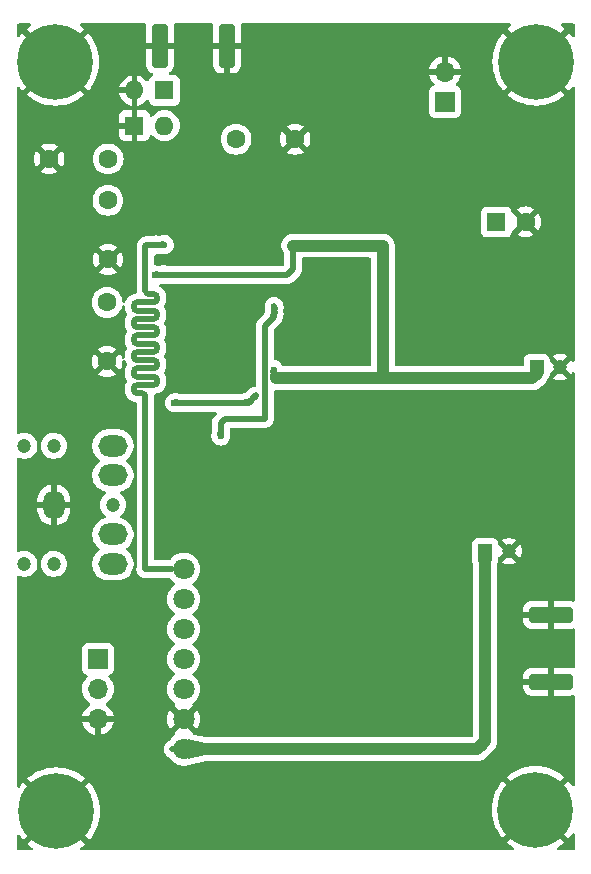
<source format=gbr>
%TF.GenerationSoftware,KiCad,Pcbnew,8.0.3-unknown-202406112021~03dd6c7a8e~ubuntu22.04.1*%
%TF.CreationDate,2024-06-13T18:15:46+05:30*%
%TF.ProjectId,SDR-Board,5344522d-426f-4617-9264-2e6b69636164,rev?*%
%TF.SameCoordinates,Original*%
%TF.FileFunction,Copper,L2,Bot*%
%TF.FilePolarity,Positive*%
%FSLAX46Y46*%
G04 Gerber Fmt 4.6, Leading zero omitted, Abs format (unit mm)*
G04 Created by KiCad (PCBNEW 8.0.3-unknown-202406112021~03dd6c7a8e~ubuntu22.04.1) date 2024-06-13 18:15:46*
%MOMM*%
%LPD*%
G01*
G04 APERTURE LIST*
G04 Aperture macros list*
%AMRoundRect*
0 Rectangle with rounded corners*
0 $1 Rounding radius*
0 $2 $3 $4 $5 $6 $7 $8 $9 X,Y pos of 4 corners*
0 Add a 4 corners polygon primitive as box body*
4,1,4,$2,$3,$4,$5,$6,$7,$8,$9,$2,$3,0*
0 Add four circle primitives for the rounded corners*
1,1,$1+$1,$2,$3*
1,1,$1+$1,$4,$5*
1,1,$1+$1,$6,$7*
1,1,$1+$1,$8,$9*
0 Add four rect primitives between the rounded corners*
20,1,$1+$1,$2,$3,$4,$5,0*
20,1,$1+$1,$4,$5,$6,$7,0*
20,1,$1+$1,$6,$7,$8,$9,0*
20,1,$1+$1,$8,$9,$2,$3,0*%
G04 Aperture macros list end*
%TA.AperFunction,ComponentPad*%
%ADD10C,1.600000*%
%TD*%
%TA.AperFunction,ComponentPad*%
%ADD11C,0.800000*%
%TD*%
%TA.AperFunction,ComponentPad*%
%ADD12C,6.400000*%
%TD*%
%TA.AperFunction,WasherPad*%
%ADD13C,1.200000*%
%TD*%
%TA.AperFunction,ComponentPad*%
%ADD14O,2.500000X1.800000*%
%TD*%
%TA.AperFunction,ComponentPad*%
%ADD15O,1.800000X2.500000*%
%TD*%
%TA.AperFunction,ComponentPad*%
%ADD16C,1.800000*%
%TD*%
%TA.AperFunction,SMDPad,CuDef*%
%ADD17RoundRect,0.250000X0.425000X1.600000X-0.425000X1.600000X-0.425000X-1.600000X0.425000X-1.600000X0*%
%TD*%
%TA.AperFunction,ComponentPad*%
%ADD18R,1.600000X1.600000*%
%TD*%
%TA.AperFunction,ComponentPad*%
%ADD19O,1.600000X1.600000*%
%TD*%
%TA.AperFunction,ComponentPad*%
%ADD20R,1.200000X1.200000*%
%TD*%
%TA.AperFunction,ComponentPad*%
%ADD21C,1.200000*%
%TD*%
%TA.AperFunction,ComponentPad*%
%ADD22R,1.700000X1.700000*%
%TD*%
%TA.AperFunction,ComponentPad*%
%ADD23O,1.700000X1.700000*%
%TD*%
%TA.AperFunction,SMDPad,CuDef*%
%ADD24RoundRect,0.250000X1.600000X-0.425000X1.600000X0.425000X-1.600000X0.425000X-1.600000X-0.425000X0*%
%TD*%
%TA.AperFunction,ViaPad*%
%ADD25C,0.600000*%
%TD*%
%TA.AperFunction,ViaPad*%
%ADD26C,0.800000*%
%TD*%
%TA.AperFunction,Conductor*%
%ADD27C,0.500000*%
%TD*%
%TA.AperFunction,Conductor*%
%ADD28C,1.000000*%
%TD*%
G04 APERTURE END LIST*
D10*
%TO.P,C5,1*%
%TO.N,GND*%
X97010000Y-65570000D03*
%TO.P,C5,2*%
%TO.N,Net-(U2-2B1)*%
X102010000Y-65570000D03*
%TD*%
D11*
%TO.P,H4,1,1*%
%TO.N,GND*%
X135790000Y-120660000D03*
X136492944Y-118962944D03*
X136492944Y-122357056D03*
X138190000Y-118260000D03*
D12*
X138190000Y-120660000D03*
D11*
X138190000Y-123060000D03*
X139887056Y-118962944D03*
X139887056Y-122357056D03*
X140590000Y-120660000D03*
%TD*%
D13*
%TO.P,J3,*%
%TO.N,*%
X94920000Y-89860000D03*
X94920000Y-99860000D03*
X97420000Y-89860000D03*
X97420000Y-99860000D03*
X102420000Y-94860000D03*
D14*
%TO.P,J3,R*%
%TO.N,Net-(CC2-Pad2)*%
X102420000Y-89860000D03*
%TO.P,J3,RN*%
%TO.N,unconnected-(J3-PadRN)*%
X102420000Y-92360000D03*
D15*
%TO.P,J3,S*%
%TO.N,GND*%
X97420000Y-94860000D03*
D14*
%TO.P,J3,T*%
%TO.N,Net-(CC1-Pad1)*%
X102420000Y-99860000D03*
%TO.P,J3,TN*%
%TO.N,unconnected-(J3-PadTN)*%
X102420000Y-97360000D03*
%TD*%
D16*
%TO.P,U1,1,VIN*%
%TO.N,+3.3V*%
X108406800Y-115540000D03*
%TO.P,U1,2,GND*%
%TO.N,GND*%
X108406800Y-113000000D03*
%TO.P,U1,3,SDA*%
%TO.N,Net-(J1-Pin_2)*%
X108406800Y-110460000D03*
%TO.P,U1,4,SCL*%
%TO.N,Net-(J1-Pin_1)*%
X108406800Y-107920000D03*
%TO.P,U1,5,S2*%
%TO.N,Net-(TX1-In)*%
X108406800Y-105380000D03*
%TO.P,U1,6,S1*%
%TO.N,Net-(U1-S1)*%
X108406800Y-102840000D03*
%TO.P,U1,7,SO*%
%TO.N,Net-(U1-SO)*%
X108406800Y-100300000D03*
%TD*%
D10*
%TO.P,C7,1*%
%TO.N,GND*%
X101920000Y-82710000D03*
%TO.P,C7,2*%
%TO.N,Net-(U2-2B4)*%
X101920000Y-77710000D03*
%TD*%
D17*
%TO.P,RX1,2,Ext*%
%TO.N,GND*%
X106415000Y-55982500D03*
X112065000Y-55982500D03*
%TD*%
D18*
%TO.P,D3,1,K*%
%TO.N,GND*%
X104244315Y-62750000D03*
D19*
%TO.P,D3,2,A*%
%TO.N,Net-(D2-K)*%
X106784315Y-62750000D03*
%TD*%
D18*
%TO.P,C8,1*%
%TO.N,+12V*%
X134870000Y-70900000D03*
D10*
%TO.P,C8,2*%
%TO.N,GND*%
X137370000Y-70900000D03*
%TD*%
D11*
%TO.P,H2,1,1*%
%TO.N,GND*%
X95150000Y-57360000D03*
X95852944Y-55662944D03*
X95852944Y-59057056D03*
X97550000Y-54960000D03*
D12*
X97550000Y-57360000D03*
D11*
X97550000Y-59760000D03*
X99247056Y-55662944D03*
X99247056Y-59057056D03*
X99950000Y-57360000D03*
%TD*%
D20*
%TO.P,C15,1*%
%TO.N,+3.3V*%
X133940000Y-98770000D03*
D21*
%TO.P,C15,2*%
%TO.N,GND*%
X135940000Y-98770000D03*
%TD*%
D22*
%TO.P,J1,1,Pin_1*%
%TO.N,Net-(J1-Pin_1)*%
X101150000Y-107900000D03*
D23*
%TO.P,J1,2,Pin_2*%
%TO.N,Net-(J1-Pin_2)*%
X101150000Y-110440000D03*
%TO.P,J1,3,Pin_3*%
%TO.N,GND*%
X101150000Y-112980000D03*
%TD*%
D10*
%TO.P,C6,1*%
%TO.N,GND*%
X117840000Y-63900000D03*
%TO.P,C6,2*%
%TO.N,Net-(U2-2B3)*%
X112840000Y-63900000D03*
%TD*%
D24*
%TO.P,TX1,2,Ext*%
%TO.N,GND*%
X139500000Y-104175000D03*
X139500000Y-109825000D03*
%TD*%
D11*
%TO.P,H1,1,1*%
%TO.N,GND*%
X135852944Y-57342944D03*
X136555888Y-55645888D03*
X136555888Y-59040000D03*
X138252944Y-54942944D03*
D12*
X138252944Y-57342944D03*
D11*
X138252944Y-59742944D03*
X139950000Y-55645888D03*
X139950000Y-59040000D03*
X140652944Y-57342944D03*
%TD*%
D18*
%TO.P,D2,1,K*%
%TO.N,Net-(D2-K)*%
X106781370Y-59770000D03*
D19*
%TO.P,D2,2,A*%
%TO.N,GND*%
X104241370Y-59770000D03*
%TD*%
D20*
%TO.P,C13,1*%
%TO.N,+5V*%
X138290000Y-83190000D03*
D21*
%TO.P,C13,2*%
%TO.N,GND*%
X140290000Y-83190000D03*
%TD*%
D22*
%TO.P,J2,1,Pin_1*%
%TO.N,Net-(D1-A)*%
X130530000Y-60725000D03*
D23*
%TO.P,J2,2,Pin_2*%
%TO.N,GND*%
X130530000Y-58185000D03*
%TD*%
D11*
%TO.P,H3,1,1*%
%TO.N,GND*%
X95220000Y-120790000D03*
X95922944Y-119092944D03*
X95922944Y-122487056D03*
X97620000Y-118390000D03*
D12*
X97620000Y-120790000D03*
D11*
X97620000Y-123190000D03*
X99317056Y-119092944D03*
X99317056Y-122487056D03*
X100020000Y-120790000D03*
%TD*%
D10*
%TO.P,C4,1*%
%TO.N,GND*%
X102000000Y-74070000D03*
%TO.P,C4,2*%
%TO.N,Net-(U2-2B2)*%
X102000000Y-69070000D03*
%TD*%
D25*
%TO.N,+5V*%
X116050000Y-84130000D03*
X106670000Y-75370000D03*
X117670000Y-72900000D03*
X116030000Y-83400000D03*
X105940000Y-75390000D03*
%TO.N,RX_Q*%
X116070000Y-78730000D03*
X116070000Y-78100000D03*
X111560000Y-89030000D03*
%TO.N,Net-(U6B--)*%
X113790000Y-86160000D03*
X114410000Y-85690000D03*
X107630000Y-86220000D03*
%TO.N,GND*%
X110000000Y-121500000D03*
X117500000Y-99000000D03*
X97000000Y-109500000D03*
X126000000Y-90000000D03*
X96500000Y-77000000D03*
X121000000Y-109500000D03*
X127000000Y-74000000D03*
X137500000Y-62000000D03*
X126500000Y-59500000D03*
X102000000Y-102500000D03*
X127500000Y-87000000D03*
X119000000Y-87000000D03*
X95500000Y-102000000D03*
X95500000Y-112500000D03*
X110000000Y-118500000D03*
X110000000Y-120000000D03*
X120500000Y-90000000D03*
X139500000Y-97500000D03*
X124500000Y-91500000D03*
X125500000Y-62000000D03*
X98500000Y-106500000D03*
X116000000Y-118500000D03*
X96500000Y-78500000D03*
X119000000Y-97500000D03*
X113000000Y-120000000D03*
X100500000Y-105500000D03*
X127000000Y-69500000D03*
X127000000Y-66500000D03*
X105000000Y-105500000D03*
X95000000Y-78500000D03*
X141000000Y-102000000D03*
X124000000Y-65000000D03*
X98500000Y-102000000D03*
X113000000Y-118500000D03*
X126500000Y-56500000D03*
X127000000Y-80000000D03*
X97000000Y-108000000D03*
X140500000Y-88500000D03*
X120500000Y-88500000D03*
X116000000Y-121500000D03*
X96500000Y-80000000D03*
X118000000Y-106500000D03*
X96500000Y-74000000D03*
D26*
X109115000Y-74140000D03*
D25*
X139000000Y-88500000D03*
X139500000Y-99000000D03*
X136500000Y-112000000D03*
X124000000Y-121500000D03*
X124000000Y-108000000D03*
X119000000Y-99000000D03*
X117500000Y-88500000D03*
X127000000Y-121500000D03*
X139000000Y-65000000D03*
X105000000Y-102500000D03*
X97000000Y-102000000D03*
X98000000Y-80000000D03*
X137500000Y-65000000D03*
X139500000Y-112000000D03*
X97000000Y-103500000D03*
X124500000Y-88500000D03*
X118000000Y-109500000D03*
X95500000Y-103500000D03*
X102000000Y-104000000D03*
X119000000Y-94500000D03*
X121000000Y-120000000D03*
X100000000Y-62000000D03*
X138500000Y-75500000D03*
X119500000Y-120000000D03*
X119500000Y-118500000D03*
X122500000Y-108000000D03*
X102000000Y-105500000D03*
X95000000Y-72500000D03*
X97000000Y-105000000D03*
X139000000Y-66500000D03*
X127000000Y-71000000D03*
X126000000Y-91500000D03*
X119050000Y-75350000D03*
X119000000Y-91500000D03*
X126000000Y-87000000D03*
X127500000Y-91500000D03*
X139500000Y-100500000D03*
X136000000Y-62000000D03*
X138000000Y-113500000D03*
X113000000Y-121500000D03*
X122500000Y-106500000D03*
X116500000Y-108000000D03*
X119500000Y-121500000D03*
X124000000Y-120000000D03*
X116000000Y-120000000D03*
X95500000Y-111000000D03*
X112270000Y-78070000D03*
X120500000Y-96000000D03*
X117500000Y-94500000D03*
X98000000Y-78500000D03*
X139500000Y-113500000D03*
X119000000Y-90000000D03*
X98500000Y-103500000D03*
X131500000Y-120000000D03*
X137500000Y-66500000D03*
X141000000Y-71500000D03*
X124000000Y-118500000D03*
X125500000Y-120000000D03*
X124500000Y-100500000D03*
X95500000Y-106500000D03*
X98000000Y-71000000D03*
X125500000Y-118500000D03*
X96500000Y-71000000D03*
X119500000Y-106500000D03*
X122500000Y-109500000D03*
X138000000Y-102000000D03*
X98500000Y-111000000D03*
X140000000Y-78500000D03*
X138500000Y-77000000D03*
X119500000Y-108000000D03*
X127000000Y-78500000D03*
X103500000Y-105500000D03*
X121000000Y-121500000D03*
X127000000Y-118500000D03*
X140500000Y-91500000D03*
X126000000Y-97500000D03*
X117500000Y-121500000D03*
X112270000Y-78880000D03*
X127000000Y-120000000D03*
X131500000Y-121500000D03*
X95500000Y-114000000D03*
X117500000Y-97500000D03*
X111500000Y-120000000D03*
X97000000Y-114000000D03*
X125500000Y-66500000D03*
X127000000Y-68000000D03*
X120500000Y-94500000D03*
X138000000Y-112000000D03*
X124000000Y-71000000D03*
X95000000Y-77000000D03*
X127000000Y-63500000D03*
X96500000Y-72500000D03*
X95500000Y-108000000D03*
X124000000Y-63500000D03*
X127000000Y-81500000D03*
X125000000Y-58000000D03*
X139000000Y-91500000D03*
X138000000Y-97500000D03*
X128500000Y-120000000D03*
X122500000Y-118500000D03*
X111500000Y-118500000D03*
X139000000Y-63500000D03*
X115000000Y-109500000D03*
X141000000Y-70000000D03*
X124000000Y-62000000D03*
X98000000Y-72500000D03*
X97000000Y-62000000D03*
X122500000Y-121500000D03*
X117610000Y-67680000D03*
X120500000Y-87000000D03*
X139000000Y-62000000D03*
X141000000Y-67000000D03*
X125000000Y-59500000D03*
X95000000Y-71000000D03*
X121000000Y-106500000D03*
X108500000Y-118500000D03*
X136000000Y-66500000D03*
X141000000Y-74500000D03*
X114500000Y-120000000D03*
X98500000Y-109500000D03*
X98500000Y-112500000D03*
X100500000Y-104000000D03*
X114500000Y-121500000D03*
X98500000Y-114000000D03*
X103500000Y-102500000D03*
X95000000Y-80000000D03*
X119500000Y-109500000D03*
X122500000Y-120000000D03*
X95500000Y-105000000D03*
X130000000Y-120000000D03*
X136500000Y-113500000D03*
X137500000Y-63500000D03*
X120500000Y-97500000D03*
X120500000Y-91500000D03*
X97000000Y-111000000D03*
X124000000Y-66500000D03*
X130000000Y-121500000D03*
X117500000Y-87000000D03*
X98500000Y-62000000D03*
X125500000Y-69500000D03*
X103500000Y-104000000D03*
X105000000Y-104000000D03*
X127500000Y-88500000D03*
X127500000Y-90000000D03*
X119700000Y-75370000D03*
X95000000Y-75500000D03*
X115000000Y-108000000D03*
X139500000Y-102000000D03*
X139000000Y-90000000D03*
X138000000Y-100500000D03*
X140000000Y-77000000D03*
X140000000Y-75500000D03*
X136000000Y-63500000D03*
X95500000Y-109500000D03*
X109520000Y-78330000D03*
X98500000Y-108000000D03*
X141000000Y-68500000D03*
X118000000Y-108000000D03*
X97000000Y-63500000D03*
X130000000Y-118500000D03*
X108500000Y-120000000D03*
X125500000Y-63500000D03*
X127000000Y-77000000D03*
X125000000Y-56500000D03*
X141000000Y-73000000D03*
X119000000Y-88500000D03*
X125500000Y-68000000D03*
X98500000Y-63500000D03*
X97000000Y-106500000D03*
X108500000Y-121500000D03*
X117500000Y-120000000D03*
X121000000Y-118500000D03*
X116500000Y-109500000D03*
X138000000Y-99000000D03*
X124000000Y-106500000D03*
X124000000Y-69500000D03*
X121000000Y-108000000D03*
X136000000Y-65000000D03*
X138500000Y-78500000D03*
X117500000Y-118500000D03*
X96500000Y-75500000D03*
X116500000Y-106500000D03*
X98000000Y-75500000D03*
X117500000Y-96000000D03*
X141000000Y-65500000D03*
X141000000Y-99000000D03*
X95000000Y-74000000D03*
X124000000Y-68000000D03*
X128500000Y-121500000D03*
X125500000Y-71000000D03*
X126000000Y-88500000D03*
X111500000Y-121500000D03*
X127000000Y-75500000D03*
X97000000Y-112500000D03*
X128500000Y-118500000D03*
X126500000Y-58000000D03*
X98000000Y-77000000D03*
X100000000Y-63500000D03*
X125500000Y-121500000D03*
X124500000Y-99000000D03*
X141000000Y-100500000D03*
X124500000Y-87000000D03*
X124500000Y-97500000D03*
X127000000Y-65000000D03*
X119000000Y-96000000D03*
X131500000Y-118500000D03*
X114500000Y-118500000D03*
X100500000Y-102500000D03*
X125500000Y-65000000D03*
X124000000Y-109500000D03*
X120500000Y-99000000D03*
X109480000Y-77580000D03*
X98000000Y-74000000D03*
X141000000Y-97500000D03*
X127000000Y-72500000D03*
X126000000Y-99000000D03*
X98500000Y-105000000D03*
X127000000Y-62000000D03*
X126000000Y-100500000D03*
X124500000Y-90000000D03*
X140500000Y-90000000D03*
X115000000Y-106500000D03*
%TO.N,Net-(U1-SO)*%
X106080000Y-72850000D03*
X106780000Y-72830000D03*
%TD*%
D27*
%TO.N,+5V*%
X117670000Y-72900000D02*
X117670000Y-74900000D01*
D28*
X138290000Y-83190000D02*
X138290000Y-83780000D01*
D27*
X125240000Y-72900000D02*
X125260000Y-72920000D01*
X116050000Y-84130000D02*
X125240000Y-84130000D01*
D28*
X126650000Y-84130000D02*
X137940000Y-84130000D01*
X117670000Y-72900000D02*
X125240000Y-72900000D01*
X125240000Y-84130000D02*
X126650000Y-84130000D01*
D27*
X116030000Y-83400000D02*
X116030000Y-84110000D01*
X105940000Y-75390000D02*
X117180000Y-75390000D01*
D28*
X126650000Y-84130000D02*
X116230000Y-84130000D01*
D27*
X117180000Y-75390000D02*
X117670000Y-74900000D01*
X116030000Y-84110000D02*
X116050000Y-84130000D01*
D28*
X138290000Y-83780000D02*
X137940000Y-84130000D01*
X125260000Y-72920000D02*
X125260000Y-84110000D01*
D27*
X125260000Y-84110000D02*
X125240000Y-84130000D01*
%TO.N,RX_Q*%
X111560000Y-87890000D02*
X111560000Y-89030000D01*
X116070000Y-78100000D02*
X116040000Y-78070000D01*
X116040000Y-78760000D02*
X116040000Y-78960000D01*
X116040000Y-78070000D02*
X116040000Y-78010000D01*
X116040000Y-78700000D02*
X116040000Y-78130000D01*
X116070000Y-78730000D02*
X116040000Y-78700000D01*
X111880000Y-87570000D02*
X111560000Y-87890000D01*
X116040000Y-78960000D02*
X115280000Y-79720000D01*
X115280000Y-79720000D02*
X115280000Y-87570000D01*
X115280000Y-87570000D02*
X111880000Y-87570000D01*
X116070000Y-78730000D02*
X116040000Y-78760000D01*
X116040000Y-78130000D02*
X116070000Y-78100000D01*
%TO.N,Net-(U6B--)*%
X114440000Y-85690000D02*
X114540000Y-85590000D01*
X114410000Y-85720000D02*
X114410000Y-85690000D01*
X114210000Y-85920000D02*
X114410000Y-85720000D01*
X114410000Y-85690000D02*
X114440000Y-85690000D01*
X107630000Y-86220000D02*
X113910000Y-86220000D01*
X113910000Y-86220000D02*
X114170000Y-85960000D01*
%TO.N,GND*%
X109480000Y-78290000D02*
X109520000Y-78330000D01*
X109520000Y-78330000D02*
X112010000Y-78330000D01*
X112010000Y-78330000D02*
X112270000Y-78070000D01*
X109480000Y-77580000D02*
X109480000Y-78290000D01*
X112270000Y-78880000D02*
X112270000Y-78070000D01*
%TO.N,+3.3V*%
X133940000Y-114860000D02*
X133650000Y-115150000D01*
X133260000Y-115540000D02*
X107460000Y-115540000D01*
D28*
X133260000Y-115540000D02*
X133650000Y-115150000D01*
X133940000Y-114860000D02*
X133260000Y-115540000D01*
X108406800Y-115540000D02*
X133260000Y-115540000D01*
X133940000Y-98770000D02*
X133940000Y-114860000D01*
D27*
%TO.N,Net-(U1-SO)*%
X106750000Y-72860000D02*
X106780000Y-72830000D01*
X104451600Y-79810474D02*
X105891600Y-79810474D01*
X106171600Y-78830474D02*
X106171600Y-78690474D01*
X105240000Y-72860000D02*
X106750000Y-72860000D01*
X105891600Y-77010474D02*
X105451600Y-77010474D01*
X104451600Y-81210474D02*
X105891600Y-81210474D01*
X105160000Y-100300000D02*
X105171600Y-100288400D01*
X105171600Y-76590474D02*
X105171600Y-72928400D01*
X104171600Y-82330474D02*
X104171600Y-82190474D01*
X104451600Y-78410474D02*
X105891600Y-78410474D01*
X105171600Y-100288400D02*
X105171600Y-85690474D01*
X104451600Y-84010474D02*
X105891600Y-84010474D01*
X106171600Y-81630474D02*
X106171600Y-81490474D01*
X104451600Y-80510474D02*
X105891600Y-80510474D01*
X104171600Y-83730474D02*
X104171600Y-83590474D01*
X104451600Y-83310474D02*
X105891600Y-83310474D01*
X104171600Y-78130474D02*
X104171600Y-77990474D01*
X104891600Y-85410474D02*
X104451600Y-85410474D01*
X104451600Y-84710474D02*
X105891600Y-84710474D01*
X105171600Y-72928400D02*
X105240000Y-72860000D01*
X107460000Y-100300000D02*
X105160000Y-100300000D01*
X106171600Y-80230474D02*
X106171600Y-80090474D01*
X105171600Y-76730474D02*
X105171600Y-76590474D01*
X104451600Y-82610474D02*
X105891600Y-82610474D01*
X104451600Y-81910474D02*
X105891600Y-81910474D01*
X106171600Y-84430474D02*
X106171600Y-84290474D01*
X106171600Y-77430474D02*
X106171600Y-77290474D01*
X104451600Y-79110474D02*
X105891600Y-79110474D01*
X104171600Y-85130474D02*
X104171600Y-84990474D01*
X104171600Y-80930474D02*
X104171600Y-80790474D01*
X104451600Y-77710474D02*
X105891600Y-77710474D01*
X106171600Y-83030474D02*
X106171600Y-82890474D01*
X104171600Y-79530474D02*
X104171600Y-79390474D01*
X106171600Y-81490474D02*
G75*
G03*
X105891600Y-81210500I-280000J-26D01*
G01*
X106171600Y-77290474D02*
G75*
G03*
X105891600Y-77010500I-280000J-26D01*
G01*
X105891600Y-80510474D02*
G75*
G03*
X106171574Y-80230474I0J279974D01*
G01*
X104171600Y-79390474D02*
G75*
G02*
X104451600Y-79110500I280000J-26D01*
G01*
X105891600Y-77710474D02*
G75*
G03*
X106171574Y-77430474I0J279974D01*
G01*
X106171600Y-80090474D02*
G75*
G03*
X105891600Y-79810500I-280000J-26D01*
G01*
X104451600Y-78410474D02*
G75*
G02*
X104171626Y-78130474I0J279974D01*
G01*
X104451600Y-84010474D02*
G75*
G02*
X104171626Y-83730474I0J279974D01*
G01*
X104171600Y-77990474D02*
G75*
G02*
X104451600Y-77710500I280000J-26D01*
G01*
X106171600Y-84290474D02*
G75*
G03*
X105891600Y-84010500I-280000J-26D01*
G01*
X104451600Y-81210474D02*
G75*
G02*
X104171626Y-80930474I0J279974D01*
G01*
X105891600Y-83310474D02*
G75*
G03*
X106171574Y-83030474I0J279974D01*
G01*
X104171600Y-83590474D02*
G75*
G02*
X104451600Y-83310500I280000J-26D01*
G01*
X105891600Y-79110474D02*
G75*
G03*
X106171574Y-78830474I0J279974D01*
G01*
X104171600Y-80790474D02*
G75*
G02*
X104451600Y-80510500I280000J-26D01*
G01*
X104171600Y-84990474D02*
G75*
G02*
X104451600Y-84710500I280000J-26D01*
G01*
X105171600Y-85690474D02*
G75*
G03*
X104891600Y-85410500I-280000J-26D01*
G01*
X104171600Y-82190474D02*
G75*
G02*
X104451600Y-81910500I280000J-26D01*
G01*
X104451600Y-82610474D02*
G75*
G02*
X104171626Y-82330474I0J279974D01*
G01*
X106171600Y-82890474D02*
G75*
G03*
X105891600Y-82610500I-280000J-26D01*
G01*
X105451600Y-77010474D02*
G75*
G02*
X105171626Y-76730474I0J279974D01*
G01*
X104451600Y-79810474D02*
G75*
G02*
X104171626Y-79530474I0J279974D01*
G01*
X104451600Y-85410474D02*
G75*
G02*
X104171626Y-85130474I0J279974D01*
G01*
X105891600Y-81910474D02*
G75*
G03*
X106171574Y-81630474I0J279974D01*
G01*
X105891600Y-84710474D02*
G75*
G03*
X106171574Y-84430474I0J279974D01*
G01*
X106171600Y-78690474D02*
G75*
G03*
X105891600Y-78410500I-280000J-26D01*
G01*
%TD*%
%TA.AperFunction,Conductor*%
%TO.N,GND*%
G36*
X96399588Y-121832330D02*
G01*
X96577670Y-122010412D01*
X96679300Y-122084251D01*
X95184648Y-123578903D01*
X95184649Y-123578904D01*
X95442206Y-123787468D01*
X95571610Y-123871505D01*
X95617113Y-123924526D01*
X95626727Y-123993731D01*
X95597400Y-124057148D01*
X95538443Y-124094642D01*
X95504075Y-124099500D01*
X94424500Y-124099500D01*
X94357461Y-124079815D01*
X94311706Y-124027011D01*
X94300500Y-123975500D01*
X94300500Y-122890526D01*
X94320185Y-122823487D01*
X94372989Y-122777732D01*
X94442147Y-122767788D01*
X94505703Y-122796813D01*
X94528495Y-122822991D01*
X94622531Y-122967793D01*
X94831095Y-123225350D01*
X94831096Y-123225350D01*
X96325748Y-121730698D01*
X96399588Y-121832330D01*
G37*
%TD.AperFunction*%
%TA.AperFunction,Conductor*%
G36*
X105193429Y-54120185D02*
G01*
X105239184Y-54172989D01*
X105249748Y-54237103D01*
X105240000Y-54332513D01*
X105240000Y-55732500D01*
X107589999Y-55732500D01*
X107589999Y-54332528D01*
X107589998Y-54332510D01*
X107580252Y-54237101D01*
X107593022Y-54168408D01*
X107640903Y-54117524D01*
X107703610Y-54100500D01*
X110776390Y-54100500D01*
X110843429Y-54120185D01*
X110889184Y-54172989D01*
X110899748Y-54237103D01*
X110890000Y-54332513D01*
X110890000Y-55732500D01*
X113239999Y-55732500D01*
X113239999Y-54332528D01*
X113239998Y-54332510D01*
X113230252Y-54237101D01*
X113243022Y-54168408D01*
X113290903Y-54117524D01*
X113353610Y-54100500D01*
X136033762Y-54100500D01*
X136100801Y-54120185D01*
X136146556Y-54172989D01*
X136156500Y-54242147D01*
X136127475Y-54305703D01*
X136101298Y-54328495D01*
X136075146Y-54345478D01*
X135817592Y-54554039D01*
X135817592Y-54554040D01*
X137312245Y-56048692D01*
X137210614Y-56122532D01*
X137032532Y-56300614D01*
X136958692Y-56402244D01*
X135464040Y-54907592D01*
X135464039Y-54907592D01*
X135255475Y-55165150D01*
X135044254Y-55490400D01*
X134868188Y-55835949D01*
X134729206Y-56198007D01*
X134628831Y-56572613D01*
X134628830Y-56572620D01*
X134568163Y-56955656D01*
X134547866Y-57342943D01*
X134547866Y-57342944D01*
X134568163Y-57730231D01*
X134628830Y-58113267D01*
X134628831Y-58113274D01*
X134729206Y-58487880D01*
X134868188Y-58849938D01*
X135044254Y-59195487D01*
X135255475Y-59520737D01*
X135464039Y-59778294D01*
X135464040Y-59778294D01*
X136958692Y-58283642D01*
X137032532Y-58385274D01*
X137210614Y-58563356D01*
X137312244Y-58637195D01*
X135817592Y-60131847D01*
X135817593Y-60131848D01*
X136075150Y-60340412D01*
X136400400Y-60551633D01*
X136745949Y-60727699D01*
X137108007Y-60866681D01*
X137482613Y-60967056D01*
X137482620Y-60967057D01*
X137865656Y-61027724D01*
X138252943Y-61048022D01*
X138252945Y-61048022D01*
X138640231Y-61027724D01*
X139023267Y-60967057D01*
X139023274Y-60967056D01*
X139397880Y-60866681D01*
X139759938Y-60727699D01*
X140105487Y-60551633D01*
X140430727Y-60340420D01*
X140430729Y-60340419D01*
X140688293Y-60131846D01*
X139193642Y-58637195D01*
X139295274Y-58563356D01*
X139473356Y-58385274D01*
X139547195Y-58283642D01*
X141041846Y-59778293D01*
X141250419Y-59520729D01*
X141250420Y-59520727D01*
X141281505Y-59472861D01*
X141334526Y-59427358D01*
X141403731Y-59417744D01*
X141467148Y-59447071D01*
X141504642Y-59506028D01*
X141509500Y-59540396D01*
X141509500Y-82644053D01*
X141489815Y-82711092D01*
X141437011Y-82756847D01*
X141367853Y-82766791D01*
X141304297Y-82737766D01*
X141274500Y-82699325D01*
X141229249Y-82608450D01*
X141229247Y-82608447D01*
X141227465Y-82606087D01*
X140643553Y-83190000D01*
X141227465Y-83773912D01*
X141229247Y-83771553D01*
X141229251Y-83771547D01*
X141274500Y-83680675D01*
X141322002Y-83629437D01*
X141389665Y-83612016D01*
X141456006Y-83633941D01*
X141499961Y-83688253D01*
X141509500Y-83735946D01*
X141509500Y-102923870D01*
X141489815Y-102990909D01*
X141437011Y-103036664D01*
X141367853Y-103046608D01*
X141346497Y-103041576D01*
X141252700Y-103010495D01*
X141252690Y-103010493D01*
X141149986Y-103000000D01*
X139750000Y-103000000D01*
X139750000Y-105349999D01*
X141149972Y-105349999D01*
X141149986Y-105349998D01*
X141252695Y-105339506D01*
X141346495Y-105308423D01*
X141416323Y-105306021D01*
X141476366Y-105341752D01*
X141507559Y-105404272D01*
X141509500Y-105426129D01*
X141509500Y-108573870D01*
X141489815Y-108640909D01*
X141437011Y-108686664D01*
X141367853Y-108696608D01*
X141346497Y-108691576D01*
X141252700Y-108660495D01*
X141252690Y-108660493D01*
X141149986Y-108650000D01*
X139750000Y-108650000D01*
X139750000Y-110999999D01*
X141149972Y-110999999D01*
X141149986Y-110999998D01*
X141252695Y-110989506D01*
X141346495Y-110958423D01*
X141416323Y-110956021D01*
X141476366Y-110991752D01*
X141507559Y-111054272D01*
X141509500Y-111076129D01*
X141509500Y-118559473D01*
X141489815Y-118626512D01*
X141437011Y-118672267D01*
X141367853Y-118682211D01*
X141304297Y-118653186D01*
X141281505Y-118627009D01*
X141187465Y-118482202D01*
X140978904Y-118224649D01*
X140978903Y-118224648D01*
X139484251Y-119719300D01*
X139410412Y-119617670D01*
X139232330Y-119439588D01*
X139130698Y-119365748D01*
X140625350Y-117871096D01*
X140625350Y-117871095D01*
X140367793Y-117662531D01*
X140042543Y-117451310D01*
X139696994Y-117275244D01*
X139334936Y-117136262D01*
X138960330Y-117035887D01*
X138960323Y-117035886D01*
X138577287Y-116975219D01*
X138190001Y-116954922D01*
X138189999Y-116954922D01*
X137802712Y-116975219D01*
X137419676Y-117035886D01*
X137419669Y-117035887D01*
X137045063Y-117136262D01*
X136683005Y-117275244D01*
X136337456Y-117451310D01*
X136012206Y-117662531D01*
X135754648Y-117871095D01*
X135754648Y-117871096D01*
X137249301Y-119365748D01*
X137147670Y-119439588D01*
X136969588Y-119617670D01*
X136895748Y-119719300D01*
X135401096Y-118224648D01*
X135401095Y-118224648D01*
X135192531Y-118482206D01*
X134981310Y-118807456D01*
X134805244Y-119153005D01*
X134666262Y-119515063D01*
X134565887Y-119889669D01*
X134565886Y-119889676D01*
X134505219Y-120272712D01*
X134484922Y-120659999D01*
X134484922Y-120660000D01*
X134505219Y-121047287D01*
X134565886Y-121430323D01*
X134565887Y-121430330D01*
X134666262Y-121804936D01*
X134805244Y-122166994D01*
X134981310Y-122512543D01*
X135192531Y-122837793D01*
X135401095Y-123095350D01*
X135401096Y-123095350D01*
X136895748Y-121600698D01*
X136969588Y-121702330D01*
X137147670Y-121880412D01*
X137249300Y-121954251D01*
X135754648Y-123448903D01*
X135754649Y-123448904D01*
X136012206Y-123657468D01*
X136340184Y-123870461D01*
X136339582Y-123871387D01*
X136384676Y-123918687D01*
X136397895Y-123987295D01*
X136371923Y-124052158D01*
X136315006Y-124092683D01*
X136274457Y-124099500D01*
X99735926Y-124099500D01*
X99668887Y-124079815D01*
X99623132Y-124027011D01*
X99613188Y-123957853D01*
X99642213Y-123894297D01*
X99668391Y-123871505D01*
X99797783Y-123787476D01*
X99797785Y-123787475D01*
X100055349Y-123578902D01*
X98560698Y-122084251D01*
X98662330Y-122010412D01*
X98840412Y-121832330D01*
X98914251Y-121730698D01*
X100408902Y-123225349D01*
X100617475Y-122967785D01*
X100617476Y-122967783D01*
X100828689Y-122642543D01*
X101004755Y-122296994D01*
X101143737Y-121934936D01*
X101244112Y-121560330D01*
X101244113Y-121560323D01*
X101304780Y-121177287D01*
X101325078Y-120790000D01*
X101325078Y-120789999D01*
X101304780Y-120402712D01*
X101244113Y-120019676D01*
X101244112Y-120019669D01*
X101143737Y-119645063D01*
X101004755Y-119283005D01*
X100828689Y-118937456D01*
X100617468Y-118612206D01*
X100408904Y-118354649D01*
X100408903Y-118354648D01*
X98914251Y-119849300D01*
X98840412Y-119747670D01*
X98662330Y-119569588D01*
X98560698Y-119495748D01*
X100055350Y-118001096D01*
X100055350Y-118001095D01*
X99797793Y-117792531D01*
X99472543Y-117581310D01*
X99126994Y-117405244D01*
X98764936Y-117266262D01*
X98390330Y-117165887D01*
X98390323Y-117165886D01*
X98007287Y-117105219D01*
X97620001Y-117084922D01*
X97619999Y-117084922D01*
X97232712Y-117105219D01*
X96849676Y-117165886D01*
X96849669Y-117165887D01*
X96475063Y-117266262D01*
X96113005Y-117405244D01*
X95767456Y-117581310D01*
X95442206Y-117792531D01*
X95184648Y-118001095D01*
X95184648Y-118001096D01*
X96679301Y-119495748D01*
X96577670Y-119569588D01*
X96399588Y-119747670D01*
X96325748Y-119849300D01*
X94831096Y-118354648D01*
X94831095Y-118354648D01*
X94622534Y-118612202D01*
X94528495Y-118757009D01*
X94475474Y-118802511D01*
X94406268Y-118812125D01*
X94342852Y-118782798D01*
X94305358Y-118723841D01*
X94300500Y-118689473D01*
X94300500Y-110439999D01*
X99794341Y-110439999D01*
X99794341Y-110440000D01*
X99814936Y-110675403D01*
X99814938Y-110675413D01*
X99876094Y-110903655D01*
X99876096Y-110903659D01*
X99876097Y-110903663D01*
X99975965Y-111117830D01*
X99975967Y-111117834D01*
X100111501Y-111311395D01*
X100111506Y-111311402D01*
X100278597Y-111478493D01*
X100278603Y-111478498D01*
X100464594Y-111608730D01*
X100508219Y-111663307D01*
X100515413Y-111732805D01*
X100483890Y-111795160D01*
X100464595Y-111811880D01*
X100278922Y-111941890D01*
X100278920Y-111941891D01*
X100111891Y-112108920D01*
X100111886Y-112108926D01*
X99976400Y-112302420D01*
X99976399Y-112302422D01*
X99876570Y-112516507D01*
X99876567Y-112516513D01*
X99819364Y-112729999D01*
X99819364Y-112730000D01*
X100716988Y-112730000D01*
X100684075Y-112787007D01*
X100650000Y-112914174D01*
X100650000Y-113045826D01*
X100684075Y-113172993D01*
X100716988Y-113230000D01*
X99819364Y-113230000D01*
X99876567Y-113443486D01*
X99876570Y-113443492D01*
X99976399Y-113657578D01*
X100111894Y-113851082D01*
X100278917Y-114018105D01*
X100472421Y-114153600D01*
X100686507Y-114253429D01*
X100686516Y-114253433D01*
X100900000Y-114310634D01*
X100900000Y-113413012D01*
X100957007Y-113445925D01*
X101084174Y-113480000D01*
X101215826Y-113480000D01*
X101342993Y-113445925D01*
X101400000Y-113413012D01*
X101400000Y-114310633D01*
X101613483Y-114253433D01*
X101613492Y-114253429D01*
X101827578Y-114153600D01*
X102021082Y-114018105D01*
X102188105Y-113851082D01*
X102323600Y-113657578D01*
X102423429Y-113443492D01*
X102423432Y-113443486D01*
X102480636Y-113230000D01*
X101583012Y-113230000D01*
X101615925Y-113172993D01*
X101650000Y-113045826D01*
X101650000Y-112914174D01*
X101615925Y-112787007D01*
X101583012Y-112730000D01*
X102480636Y-112730000D01*
X102480635Y-112729999D01*
X102423432Y-112516513D01*
X102423429Y-112516507D01*
X102323600Y-112302422D01*
X102323599Y-112302420D01*
X102188113Y-112108926D01*
X102188108Y-112108920D01*
X102021078Y-111941890D01*
X101835405Y-111811879D01*
X101791780Y-111757302D01*
X101784588Y-111687804D01*
X101816110Y-111625449D01*
X101835406Y-111608730D01*
X102021401Y-111478495D01*
X102188495Y-111311401D01*
X102324035Y-111117830D01*
X102423903Y-110903663D01*
X102485063Y-110675408D01*
X102505659Y-110440000D01*
X102485063Y-110204592D01*
X102423903Y-109976337D01*
X102324035Y-109762171D01*
X102208274Y-109596847D01*
X102188496Y-109568600D01*
X102188495Y-109568599D01*
X102066567Y-109446671D01*
X102033084Y-109385351D01*
X102038068Y-109315659D01*
X102079939Y-109259725D01*
X102110915Y-109242810D01*
X102242331Y-109193796D01*
X102357546Y-109107546D01*
X102443796Y-108992331D01*
X102494091Y-108857483D01*
X102500500Y-108797873D01*
X102500499Y-107002128D01*
X102494091Y-106942517D01*
X102443796Y-106807669D01*
X102443795Y-106807668D01*
X102443793Y-106807664D01*
X102357547Y-106692455D01*
X102357544Y-106692452D01*
X102242335Y-106606206D01*
X102242328Y-106606202D01*
X102107482Y-106555908D01*
X102107483Y-106555908D01*
X102047883Y-106549501D01*
X102047881Y-106549500D01*
X102047873Y-106549500D01*
X102047864Y-106549500D01*
X100252129Y-106549500D01*
X100252123Y-106549501D01*
X100192516Y-106555908D01*
X100057671Y-106606202D01*
X100057664Y-106606206D01*
X99942455Y-106692452D01*
X99942452Y-106692455D01*
X99856206Y-106807664D01*
X99856202Y-106807671D01*
X99805908Y-106942517D01*
X99799501Y-107002116D01*
X99799501Y-107002123D01*
X99799500Y-107002135D01*
X99799500Y-108797870D01*
X99799501Y-108797876D01*
X99805908Y-108857483D01*
X99856202Y-108992328D01*
X99856206Y-108992335D01*
X99942452Y-109107544D01*
X99942455Y-109107547D01*
X100057664Y-109193793D01*
X100057671Y-109193797D01*
X100189081Y-109242810D01*
X100245015Y-109284681D01*
X100269432Y-109350145D01*
X100254580Y-109418418D01*
X100233430Y-109446673D01*
X100111503Y-109568600D01*
X99975965Y-109762169D01*
X99975964Y-109762171D01*
X99876098Y-109976335D01*
X99876094Y-109976344D01*
X99814938Y-110204586D01*
X99814936Y-110204596D01*
X99794341Y-110439999D01*
X94300500Y-110439999D01*
X94300500Y-100981219D01*
X94320185Y-100914180D01*
X94372989Y-100868425D01*
X94442147Y-100858481D01*
X94469293Y-100865591D01*
X94617544Y-100923024D01*
X94818024Y-100960500D01*
X94818026Y-100960500D01*
X95021974Y-100960500D01*
X95021976Y-100960500D01*
X95222456Y-100923024D01*
X95412637Y-100849348D01*
X95586041Y-100741981D01*
X95736764Y-100604579D01*
X95859673Y-100441821D01*
X95950582Y-100259250D01*
X96006397Y-100063083D01*
X96025215Y-99860000D01*
X96025215Y-99859999D01*
X96314785Y-99859999D01*
X96314785Y-99860000D01*
X96333602Y-100063082D01*
X96389417Y-100259247D01*
X96389422Y-100259260D01*
X96480327Y-100441821D01*
X96603237Y-100604581D01*
X96753958Y-100741980D01*
X96753960Y-100741982D01*
X96853141Y-100803392D01*
X96927363Y-100849348D01*
X97117544Y-100923024D01*
X97318024Y-100960500D01*
X97318026Y-100960500D01*
X97521974Y-100960500D01*
X97521976Y-100960500D01*
X97722456Y-100923024D01*
X97912637Y-100849348D01*
X98086041Y-100741981D01*
X98236764Y-100604579D01*
X98359673Y-100441821D01*
X98450582Y-100259250D01*
X98506397Y-100063083D01*
X98525215Y-99860000D01*
X98506397Y-99656917D01*
X98450582Y-99460750D01*
X98449728Y-99459035D01*
X98380696Y-99320400D01*
X98359673Y-99278179D01*
X98242905Y-99123553D01*
X98236762Y-99115418D01*
X98086041Y-98978019D01*
X98086039Y-98978017D01*
X97912642Y-98870655D01*
X97912635Y-98870651D01*
X97754774Y-98809496D01*
X97722456Y-98796976D01*
X97521976Y-98759500D01*
X97318024Y-98759500D01*
X97117544Y-98796976D01*
X97117541Y-98796976D01*
X97117541Y-98796977D01*
X96927364Y-98870651D01*
X96927357Y-98870655D01*
X96753960Y-98978017D01*
X96753958Y-98978019D01*
X96603237Y-99115418D01*
X96480327Y-99278178D01*
X96389422Y-99460739D01*
X96389417Y-99460752D01*
X96333602Y-99656917D01*
X96314785Y-99859999D01*
X96025215Y-99859999D01*
X96006397Y-99656917D01*
X95950582Y-99460750D01*
X95949728Y-99459035D01*
X95880696Y-99320400D01*
X95859673Y-99278179D01*
X95742905Y-99123553D01*
X95736762Y-99115418D01*
X95586041Y-98978019D01*
X95586039Y-98978017D01*
X95412642Y-98870655D01*
X95412635Y-98870651D01*
X95254774Y-98809496D01*
X95222456Y-98796976D01*
X95021976Y-98759500D01*
X94818024Y-98759500D01*
X94617544Y-98796976D01*
X94617541Y-98796976D01*
X94617541Y-98796977D01*
X94469294Y-98854408D01*
X94399670Y-98860270D01*
X94337930Y-98827560D01*
X94303675Y-98766663D01*
X94300500Y-98738781D01*
X94300500Y-94399818D01*
X96020000Y-94399818D01*
X96020000Y-94610000D01*
X96970000Y-94610000D01*
X96970000Y-95110000D01*
X96020000Y-95110000D01*
X96020000Y-95320181D01*
X96054473Y-95537835D01*
X96122567Y-95747410D01*
X96222613Y-95943760D01*
X96352142Y-96122041D01*
X96507958Y-96277857D01*
X96686239Y-96407386D01*
X96882589Y-96507432D01*
X97092163Y-96575526D01*
X97169999Y-96587854D01*
X97170000Y-96587854D01*
X97170000Y-95635277D01*
X97246306Y-95679333D01*
X97360756Y-95710000D01*
X97479244Y-95710000D01*
X97593694Y-95679333D01*
X97670000Y-95635277D01*
X97670000Y-96587854D01*
X97747834Y-96575526D01*
X97747837Y-96575526D01*
X97957410Y-96507432D01*
X98153760Y-96407386D01*
X98332041Y-96277857D01*
X98487857Y-96122041D01*
X98617386Y-95943760D01*
X98717432Y-95747410D01*
X98785526Y-95537835D01*
X98820000Y-95320181D01*
X98820000Y-95110000D01*
X97870000Y-95110000D01*
X97870000Y-94610000D01*
X98820000Y-94610000D01*
X98820000Y-94399818D01*
X98785526Y-94182164D01*
X98717432Y-93972589D01*
X98617386Y-93776239D01*
X98487857Y-93597958D01*
X98332041Y-93442142D01*
X98153760Y-93312613D01*
X97957410Y-93212567D01*
X97747836Y-93144473D01*
X97670000Y-93132144D01*
X97670000Y-94084722D01*
X97593694Y-94040667D01*
X97479244Y-94010000D01*
X97360756Y-94010000D01*
X97246306Y-94040667D01*
X97170000Y-94084722D01*
X97170000Y-93132144D01*
X97092164Y-93144473D01*
X97092161Y-93144473D01*
X96882589Y-93212567D01*
X96686239Y-93312613D01*
X96507958Y-93442142D01*
X96352142Y-93597958D01*
X96222613Y-93776239D01*
X96122567Y-93972589D01*
X96054473Y-94182164D01*
X96020000Y-94399818D01*
X94300500Y-94399818D01*
X94300500Y-90981219D01*
X94320185Y-90914180D01*
X94372989Y-90868425D01*
X94442147Y-90858481D01*
X94469293Y-90865591D01*
X94617544Y-90923024D01*
X94818024Y-90960500D01*
X94818026Y-90960500D01*
X95021974Y-90960500D01*
X95021976Y-90960500D01*
X95222456Y-90923024D01*
X95412637Y-90849348D01*
X95586041Y-90741981D01*
X95736764Y-90604579D01*
X95859673Y-90441821D01*
X95950582Y-90259250D01*
X96006397Y-90063083D01*
X96025215Y-89860000D01*
X96025215Y-89859999D01*
X96314785Y-89859999D01*
X96314785Y-89860000D01*
X96333602Y-90063082D01*
X96389417Y-90259247D01*
X96389422Y-90259260D01*
X96480327Y-90441821D01*
X96603237Y-90604581D01*
X96753958Y-90741980D01*
X96753960Y-90741982D01*
X96803031Y-90772365D01*
X96927363Y-90849348D01*
X97117544Y-90923024D01*
X97318024Y-90960500D01*
X97318026Y-90960500D01*
X97521974Y-90960500D01*
X97521976Y-90960500D01*
X97722456Y-90923024D01*
X97912637Y-90849348D01*
X98086041Y-90741981D01*
X98236764Y-90604579D01*
X98359673Y-90441821D01*
X98450582Y-90259250D01*
X98506397Y-90063083D01*
X98525215Y-89860000D01*
X98515002Y-89749778D01*
X100669500Y-89749778D01*
X100669500Y-89970221D01*
X100703985Y-90187952D01*
X100772103Y-90397603D01*
X100772104Y-90397606D01*
X100872187Y-90594025D01*
X101001752Y-90772358D01*
X101001756Y-90772363D01*
X101157636Y-90928243D01*
X101157641Y-90928247D01*
X101269727Y-91009682D01*
X101312393Y-91065011D01*
X101318372Y-91134625D01*
X101285767Y-91196420D01*
X101269727Y-91210318D01*
X101157641Y-91291752D01*
X101157636Y-91291756D01*
X101001756Y-91447636D01*
X101001752Y-91447641D01*
X100872187Y-91625974D01*
X100772104Y-91822393D01*
X100772103Y-91822396D01*
X100703985Y-92032047D01*
X100669500Y-92249778D01*
X100669500Y-92470221D01*
X100703985Y-92687952D01*
X100772103Y-92897603D01*
X100772104Y-92897606D01*
X100872187Y-93094025D01*
X101001752Y-93272358D01*
X101001756Y-93272363D01*
X101157636Y-93428243D01*
X101157641Y-93428247D01*
X101313192Y-93541260D01*
X101335978Y-93557815D01*
X101464375Y-93623237D01*
X101532393Y-93657895D01*
X101532396Y-93657896D01*
X101630166Y-93689662D01*
X101742049Y-93726015D01*
X101745993Y-93726639D01*
X101809126Y-93756564D01*
X101846062Y-93815873D01*
X101845069Y-93885735D01*
X101806463Y-93943971D01*
X101791879Y-93954539D01*
X101753959Y-93978018D01*
X101753958Y-93978019D01*
X101603237Y-94115418D01*
X101480327Y-94278178D01*
X101389422Y-94460739D01*
X101389417Y-94460752D01*
X101333602Y-94656917D01*
X101314785Y-94859999D01*
X101314785Y-94860000D01*
X101333602Y-95063082D01*
X101389417Y-95259247D01*
X101389422Y-95259260D01*
X101480327Y-95441821D01*
X101603237Y-95604581D01*
X101753958Y-95741980D01*
X101753960Y-95741982D01*
X101791877Y-95765459D01*
X101838513Y-95817486D01*
X101849617Y-95886468D01*
X101821664Y-95950502D01*
X101763529Y-95989259D01*
X101746006Y-95993358D01*
X101742049Y-95993985D01*
X101742047Y-95993985D01*
X101742044Y-95993986D01*
X101532396Y-96062103D01*
X101532393Y-96062104D01*
X101335974Y-96162187D01*
X101157641Y-96291752D01*
X101157636Y-96291756D01*
X101001756Y-96447636D01*
X101001752Y-96447641D01*
X100872187Y-96625974D01*
X100772104Y-96822393D01*
X100772103Y-96822396D01*
X100703985Y-97032047D01*
X100669500Y-97249778D01*
X100669500Y-97470221D01*
X100703985Y-97687952D01*
X100772103Y-97897603D01*
X100772104Y-97897606D01*
X100872187Y-98094025D01*
X101001752Y-98272358D01*
X101001756Y-98272363D01*
X101157636Y-98428243D01*
X101157641Y-98428247D01*
X101269727Y-98509682D01*
X101312393Y-98565011D01*
X101318372Y-98634625D01*
X101285767Y-98696420D01*
X101269727Y-98710318D01*
X101157641Y-98791752D01*
X101157636Y-98791756D01*
X101001756Y-98947636D01*
X101001752Y-98947641D01*
X100872189Y-99125971D01*
X100772104Y-99322393D01*
X100772103Y-99322396D01*
X100703985Y-99532047D01*
X100669500Y-99749778D01*
X100669500Y-99970221D01*
X100703985Y-100187952D01*
X100772103Y-100397603D01*
X100772104Y-100397606D01*
X100872187Y-100594025D01*
X101001752Y-100772358D01*
X101001756Y-100772363D01*
X101157635Y-100928242D01*
X101157641Y-100928247D01*
X101213526Y-100968849D01*
X101335978Y-101057815D01*
X101464375Y-101123237D01*
X101532393Y-101157895D01*
X101532396Y-101157896D01*
X101637221Y-101191955D01*
X101742049Y-101226015D01*
X101959778Y-101260500D01*
X101959779Y-101260500D01*
X102880221Y-101260500D01*
X102880222Y-101260500D01*
X103097951Y-101226015D01*
X103307606Y-101157895D01*
X103504022Y-101057815D01*
X103682365Y-100928242D01*
X103838242Y-100772365D01*
X103967815Y-100594022D01*
X104067895Y-100397606D01*
X104136015Y-100187951D01*
X104170500Y-99970222D01*
X104170500Y-99749778D01*
X104136015Y-99532049D01*
X104070641Y-99330845D01*
X104067896Y-99322396D01*
X104067895Y-99322393D01*
X103967811Y-99125971D01*
X103838247Y-98947641D01*
X103838243Y-98947636D01*
X103682365Y-98791758D01*
X103682357Y-98791752D01*
X103570270Y-98710317D01*
X103527606Y-98654989D01*
X103521627Y-98585376D01*
X103554232Y-98523580D01*
X103570265Y-98509686D01*
X103682365Y-98428242D01*
X103838242Y-98272365D01*
X103967815Y-98094022D01*
X104067895Y-97897606D01*
X104136015Y-97687951D01*
X104170500Y-97470222D01*
X104170500Y-97249778D01*
X104136015Y-97032049D01*
X104067895Y-96822394D01*
X104067895Y-96822393D01*
X104033237Y-96754375D01*
X103967815Y-96625978D01*
X103951260Y-96603192D01*
X103838247Y-96447641D01*
X103838243Y-96447636D01*
X103682363Y-96291756D01*
X103682358Y-96291752D01*
X103504025Y-96162187D01*
X103504024Y-96162186D01*
X103504022Y-96162185D01*
X103425236Y-96122041D01*
X103307606Y-96062104D01*
X103307603Y-96062103D01*
X103097954Y-95993985D01*
X103094661Y-95993464D01*
X103093997Y-95993358D01*
X103030864Y-95963428D01*
X102993934Y-95904115D01*
X102994934Y-95834253D01*
X103033545Y-95776021D01*
X103048115Y-95765463D01*
X103086041Y-95741981D01*
X103236764Y-95604579D01*
X103359673Y-95441821D01*
X103450582Y-95259250D01*
X103506397Y-95063083D01*
X103525215Y-94860000D01*
X103506397Y-94656917D01*
X103450582Y-94460750D01*
X103359673Y-94278179D01*
X103236764Y-94115421D01*
X103236762Y-94115418D01*
X103086042Y-93978020D01*
X103086041Y-93978019D01*
X103048120Y-93954539D01*
X103001486Y-93902512D01*
X102990382Y-93833530D01*
X103018335Y-93769496D01*
X103076471Y-93730739D01*
X103094000Y-93726640D01*
X103097951Y-93726015D01*
X103307606Y-93657895D01*
X103504022Y-93557815D01*
X103682365Y-93428242D01*
X103838242Y-93272365D01*
X103967815Y-93094022D01*
X104067895Y-92897606D01*
X104136015Y-92687951D01*
X104170500Y-92470222D01*
X104170500Y-92249778D01*
X104136015Y-92032049D01*
X104067895Y-91822394D01*
X104067895Y-91822393D01*
X104033237Y-91754375D01*
X103967815Y-91625978D01*
X103951260Y-91603192D01*
X103838247Y-91447641D01*
X103838243Y-91447636D01*
X103682365Y-91291758D01*
X103682357Y-91291752D01*
X103570270Y-91210317D01*
X103527606Y-91154989D01*
X103521627Y-91085376D01*
X103554232Y-91023580D01*
X103570265Y-91009686D01*
X103682365Y-90928242D01*
X103838242Y-90772365D01*
X103967815Y-90594022D01*
X104067895Y-90397606D01*
X104136015Y-90187951D01*
X104170500Y-89970222D01*
X104170500Y-89749778D01*
X104136015Y-89532049D01*
X104086457Y-89379522D01*
X104067896Y-89322396D01*
X104067895Y-89322393D01*
X104010247Y-89209255D01*
X103967815Y-89125978D01*
X103917013Y-89056054D01*
X103838247Y-88947641D01*
X103838243Y-88947636D01*
X103682363Y-88791756D01*
X103682358Y-88791752D01*
X103504025Y-88662187D01*
X103504024Y-88662186D01*
X103504022Y-88662185D01*
X103441096Y-88630122D01*
X103307606Y-88562104D01*
X103307603Y-88562103D01*
X103097952Y-88493985D01*
X102989086Y-88476742D01*
X102880222Y-88459500D01*
X101959778Y-88459500D01*
X101887201Y-88470995D01*
X101742047Y-88493985D01*
X101532396Y-88562103D01*
X101532393Y-88562104D01*
X101335974Y-88662187D01*
X101157641Y-88791752D01*
X101157636Y-88791756D01*
X101001756Y-88947636D01*
X101001752Y-88947641D01*
X100872187Y-89125974D01*
X100772104Y-89322393D01*
X100772103Y-89322396D01*
X100703985Y-89532047D01*
X100669500Y-89749778D01*
X98515002Y-89749778D01*
X98506397Y-89656917D01*
X98450582Y-89460750D01*
X98359673Y-89278179D01*
X98236764Y-89115421D01*
X98236762Y-89115418D01*
X98086041Y-88978019D01*
X98086039Y-88978017D01*
X97912642Y-88870655D01*
X97912635Y-88870651D01*
X97801403Y-88827560D01*
X97722456Y-88796976D01*
X97521976Y-88759500D01*
X97318024Y-88759500D01*
X97117544Y-88796976D01*
X97117541Y-88796976D01*
X97117541Y-88796977D01*
X96927364Y-88870651D01*
X96927357Y-88870655D01*
X96753960Y-88978017D01*
X96753958Y-88978019D01*
X96603237Y-89115418D01*
X96480327Y-89278178D01*
X96389422Y-89460739D01*
X96389417Y-89460752D01*
X96333602Y-89656917D01*
X96314785Y-89859999D01*
X96025215Y-89859999D01*
X96006397Y-89656917D01*
X95950582Y-89460750D01*
X95859673Y-89278179D01*
X95736764Y-89115421D01*
X95736762Y-89115418D01*
X95586041Y-88978019D01*
X95586039Y-88978017D01*
X95412642Y-88870655D01*
X95412635Y-88870651D01*
X95301403Y-88827560D01*
X95222456Y-88796976D01*
X95021976Y-88759500D01*
X94818024Y-88759500D01*
X94617544Y-88796976D01*
X94617541Y-88796976D01*
X94617541Y-88796977D01*
X94469294Y-88854408D01*
X94399670Y-88860270D01*
X94337930Y-88827560D01*
X94303675Y-88766663D01*
X94300500Y-88738781D01*
X94300500Y-77709998D01*
X100614532Y-77709998D01*
X100614532Y-77710001D01*
X100634364Y-77936686D01*
X100634366Y-77936697D01*
X100693258Y-78156488D01*
X100693261Y-78156497D01*
X100789431Y-78362732D01*
X100789432Y-78362734D01*
X100919954Y-78549141D01*
X101080858Y-78710045D01*
X101109354Y-78729998D01*
X101267266Y-78840568D01*
X101473504Y-78936739D01*
X101693308Y-78995635D01*
X101855230Y-79009801D01*
X101919998Y-79015468D01*
X101920000Y-79015468D01*
X101920002Y-79015468D01*
X101976673Y-79010509D01*
X102146692Y-78995635D01*
X102366496Y-78936739D01*
X102572734Y-78840568D01*
X102759139Y-78710047D01*
X102920047Y-78549139D01*
X103050568Y-78362734D01*
X103146739Y-78156496D01*
X103177317Y-78042375D01*
X103213682Y-77982716D01*
X103276528Y-77952186D01*
X103345904Y-77960480D01*
X103399782Y-78004965D01*
X103418288Y-78062856D01*
X103420374Y-78062631D01*
X103420382Y-78062705D01*
X103420816Y-78070763D01*
X103421057Y-78071517D01*
X103421092Y-78074469D01*
X103421092Y-78075884D01*
X103421100Y-78076033D01*
X103421100Y-78210199D01*
X103421118Y-78210585D01*
X103421118Y-78220566D01*
X103452415Y-78398146D01*
X103514075Y-78567595D01*
X103514077Y-78567598D01*
X103574170Y-78671698D01*
X103589635Y-78698487D01*
X103606103Y-78766388D01*
X103589627Y-78822486D01*
X103532994Y-78920567D01*
X103514110Y-78953270D01*
X103452433Y-79122688D01*
X103452429Y-79122700D01*
X103421109Y-79300240D01*
X103421107Y-79300257D01*
X103421106Y-79310924D01*
X103421100Y-79311075D01*
X103421100Y-79390416D01*
X103421092Y-79475884D01*
X103421100Y-79476033D01*
X103421100Y-79610199D01*
X103421118Y-79610585D01*
X103421118Y-79620566D01*
X103452415Y-79798146D01*
X103514075Y-79967595D01*
X103514077Y-79967598D01*
X103589635Y-80098487D01*
X103606103Y-80166388D01*
X103589627Y-80222486D01*
X103532994Y-80320567D01*
X103514110Y-80353270D01*
X103452433Y-80522688D01*
X103452429Y-80522700D01*
X103421109Y-80700240D01*
X103421107Y-80700257D01*
X103421106Y-80710924D01*
X103421100Y-80711075D01*
X103421100Y-80790416D01*
X103421092Y-80875884D01*
X103421100Y-80876033D01*
X103421100Y-81010199D01*
X103421118Y-81010585D01*
X103421118Y-81020566D01*
X103452415Y-81198146D01*
X103514075Y-81367595D01*
X103514077Y-81367598D01*
X103581118Y-81483734D01*
X103589635Y-81498487D01*
X103606103Y-81566388D01*
X103589628Y-81622486D01*
X103584727Y-81630974D01*
X103532994Y-81720567D01*
X103514110Y-81753270D01*
X103452433Y-81922688D01*
X103452429Y-81922700D01*
X103421109Y-82100240D01*
X103421107Y-82100257D01*
X103421106Y-82110924D01*
X103421100Y-82111075D01*
X103421100Y-82190405D01*
X103421092Y-82275884D01*
X103421100Y-82276033D01*
X103421100Y-82347491D01*
X103401415Y-82414530D01*
X103348611Y-82460285D01*
X103279453Y-82470229D01*
X103215897Y-82441204D01*
X103178123Y-82382426D01*
X103177325Y-82379584D01*
X103146269Y-82263682D01*
X103146264Y-82263668D01*
X103050136Y-82057521D01*
X103050132Y-82057513D01*
X102999025Y-81984526D01*
X102320000Y-82663551D01*
X102320000Y-82657339D01*
X102292741Y-82555606D01*
X102240080Y-82464394D01*
X102165606Y-82389920D01*
X102074394Y-82337259D01*
X101972661Y-82310000D01*
X101966448Y-82310000D01*
X102645472Y-81630974D01*
X102572478Y-81579863D01*
X102366331Y-81483735D01*
X102366317Y-81483730D01*
X102146610Y-81424860D01*
X102146599Y-81424858D01*
X101920002Y-81405034D01*
X101919998Y-81405034D01*
X101693400Y-81424858D01*
X101693389Y-81424860D01*
X101473682Y-81483730D01*
X101473673Y-81483734D01*
X101267516Y-81579866D01*
X101267512Y-81579868D01*
X101194526Y-81630973D01*
X101194526Y-81630974D01*
X101873553Y-82310000D01*
X101867339Y-82310000D01*
X101765606Y-82337259D01*
X101674394Y-82389920D01*
X101599920Y-82464394D01*
X101547259Y-82555606D01*
X101520000Y-82657339D01*
X101520000Y-82663552D01*
X100840974Y-81984526D01*
X100840973Y-81984526D01*
X100789868Y-82057512D01*
X100789866Y-82057516D01*
X100693734Y-82263673D01*
X100693730Y-82263682D01*
X100634860Y-82483389D01*
X100634858Y-82483400D01*
X100615034Y-82709997D01*
X100615034Y-82710002D01*
X100634858Y-82936599D01*
X100634860Y-82936610D01*
X100693730Y-83156317D01*
X100693735Y-83156331D01*
X100789863Y-83362478D01*
X100840974Y-83435472D01*
X101520000Y-82756446D01*
X101520000Y-82762661D01*
X101547259Y-82864394D01*
X101599920Y-82955606D01*
X101674394Y-83030080D01*
X101765606Y-83082741D01*
X101867339Y-83110000D01*
X101873553Y-83110000D01*
X101194526Y-83789025D01*
X101267513Y-83840132D01*
X101267521Y-83840136D01*
X101473668Y-83936264D01*
X101473682Y-83936269D01*
X101693389Y-83995139D01*
X101693400Y-83995141D01*
X101919998Y-84014966D01*
X101920002Y-84014966D01*
X102146599Y-83995141D01*
X102146610Y-83995139D01*
X102366317Y-83936269D01*
X102366331Y-83936264D01*
X102572478Y-83840136D01*
X102645471Y-83789024D01*
X101966447Y-83110000D01*
X101972661Y-83110000D01*
X102074394Y-83082741D01*
X102165606Y-83030080D01*
X102240080Y-82955606D01*
X102292741Y-82864394D01*
X102320000Y-82762661D01*
X102320000Y-82756447D01*
X102999024Y-83435471D01*
X103050136Y-83362478D01*
X103146264Y-83156331D01*
X103146269Y-83156317D01*
X103205139Y-82936610D01*
X103205141Y-82936599D01*
X103224966Y-82710002D01*
X103222200Y-82678394D01*
X103235965Y-82609894D01*
X103284580Y-82559710D01*
X103352608Y-82543775D01*
X103418452Y-82567149D01*
X103461207Y-82622410D01*
X103462253Y-82625182D01*
X103514075Y-82767594D01*
X103514077Y-82767598D01*
X103589202Y-82897738D01*
X103589635Y-82898487D01*
X103606103Y-82966388D01*
X103589627Y-83022486D01*
X103532994Y-83120567D01*
X103514110Y-83153270D01*
X103452433Y-83322688D01*
X103452429Y-83322700D01*
X103421109Y-83500240D01*
X103421107Y-83500257D01*
X103421106Y-83510924D01*
X103421100Y-83511075D01*
X103421100Y-83590416D01*
X103421092Y-83675884D01*
X103421100Y-83676033D01*
X103421100Y-83810199D01*
X103421118Y-83810585D01*
X103421118Y-83820566D01*
X103452415Y-83998146D01*
X103514075Y-84167595D01*
X103514077Y-84167598D01*
X103563901Y-84253909D01*
X103589635Y-84298487D01*
X103606103Y-84366388D01*
X103589627Y-84422486D01*
X103532994Y-84520567D01*
X103514110Y-84553270D01*
X103452433Y-84722688D01*
X103452429Y-84722700D01*
X103421109Y-84900240D01*
X103421107Y-84900257D01*
X103421106Y-84910924D01*
X103421100Y-84911075D01*
X103421100Y-84990416D01*
X103421092Y-85075884D01*
X103421100Y-85076033D01*
X103421100Y-85210199D01*
X103421118Y-85210585D01*
X103421118Y-85220566D01*
X103452415Y-85398146D01*
X103514075Y-85567595D01*
X103514077Y-85567598D01*
X103604224Y-85723761D01*
X103604226Y-85723763D01*
X103604227Y-85723765D01*
X103720128Y-85861904D01*
X103720130Y-85861906D01*
X103720131Y-85861907D01*
X103858257Y-85977819D01*
X104014407Y-86067979D01*
X104014409Y-86067979D01*
X104014415Y-86067983D01*
X104183860Y-86129659D01*
X104183859Y-86129659D01*
X104217801Y-86135644D01*
X104318634Y-86153424D01*
X104381236Y-86184451D01*
X104417126Y-86244398D01*
X104421100Y-86275540D01*
X104421100Y-100155553D01*
X104418717Y-100179745D01*
X104409500Y-100226079D01*
X104409500Y-100226082D01*
X104409500Y-100373918D01*
X104409500Y-100373920D01*
X104409499Y-100373920D01*
X104438340Y-100518907D01*
X104438343Y-100518917D01*
X104494913Y-100655490D01*
X104494914Y-100655492D01*
X104526205Y-100702322D01*
X104526206Y-100702324D01*
X104577043Y-100778410D01*
X104577047Y-100778415D01*
X104681586Y-100882954D01*
X104708697Y-100901068D01*
X104749367Y-100928242D01*
X104804505Y-100965084D01*
X104804507Y-100965085D01*
X104804511Y-100965087D01*
X104941082Y-101021656D01*
X104941087Y-101021658D01*
X104941091Y-101021658D01*
X104941092Y-101021659D01*
X105086079Y-101050500D01*
X105086082Y-101050500D01*
X105086083Y-101050500D01*
X105233917Y-101050500D01*
X107157115Y-101050500D01*
X107224154Y-101070185D01*
X107260923Y-101106678D01*
X107297815Y-101163145D01*
X107297817Y-101163147D01*
X107297821Y-101163153D01*
X107455016Y-101333913D01*
X107455019Y-101333915D01*
X107455022Y-101333918D01*
X107632618Y-101472147D01*
X107673431Y-101528857D01*
X107677106Y-101598630D01*
X107642474Y-101659313D01*
X107632618Y-101667853D01*
X107455022Y-101806081D01*
X107455019Y-101806084D01*
X107297816Y-101976852D01*
X107170875Y-102171151D01*
X107077642Y-102383699D01*
X107020666Y-102608691D01*
X107020664Y-102608702D01*
X107001500Y-102839993D01*
X107001500Y-102840006D01*
X107020664Y-103071297D01*
X107020666Y-103071308D01*
X107077642Y-103296300D01*
X107170875Y-103508848D01*
X107297816Y-103703147D01*
X107297819Y-103703151D01*
X107297821Y-103703153D01*
X107455016Y-103873913D01*
X107455019Y-103873915D01*
X107455022Y-103873918D01*
X107632618Y-104012147D01*
X107673431Y-104068857D01*
X107677106Y-104138630D01*
X107642474Y-104199313D01*
X107632618Y-104207853D01*
X107455022Y-104346081D01*
X107455019Y-104346084D01*
X107297816Y-104516852D01*
X107170875Y-104711151D01*
X107077642Y-104923699D01*
X107020666Y-105148691D01*
X107020664Y-105148702D01*
X107001500Y-105379993D01*
X107001500Y-105380006D01*
X107020664Y-105611297D01*
X107020666Y-105611308D01*
X107077642Y-105836300D01*
X107170875Y-106048848D01*
X107297816Y-106243147D01*
X107297819Y-106243151D01*
X107297821Y-106243153D01*
X107455016Y-106413913D01*
X107455019Y-106413915D01*
X107455022Y-106413918D01*
X107632618Y-106552147D01*
X107673431Y-106608857D01*
X107677106Y-106678630D01*
X107642474Y-106739313D01*
X107632618Y-106747853D01*
X107455022Y-106886081D01*
X107455019Y-106886084D01*
X107297816Y-107056852D01*
X107170875Y-107251151D01*
X107077642Y-107463699D01*
X107020666Y-107688691D01*
X107020664Y-107688702D01*
X107001500Y-107919993D01*
X107001500Y-107920006D01*
X107020664Y-108151297D01*
X107020666Y-108151308D01*
X107077642Y-108376300D01*
X107170875Y-108588848D01*
X107297816Y-108783147D01*
X107297819Y-108783151D01*
X107297821Y-108783153D01*
X107455016Y-108953913D01*
X107455019Y-108953915D01*
X107455022Y-108953918D01*
X107632618Y-109092147D01*
X107673431Y-109148857D01*
X107677106Y-109218630D01*
X107642474Y-109279313D01*
X107632618Y-109287853D01*
X107455022Y-109426081D01*
X107455019Y-109426084D01*
X107455016Y-109426086D01*
X107455016Y-109426087D01*
X107396067Y-109490122D01*
X107297816Y-109596852D01*
X107170875Y-109791151D01*
X107077642Y-110003699D01*
X107020666Y-110228691D01*
X107020664Y-110228702D01*
X107001500Y-110459993D01*
X107001500Y-110460006D01*
X107020664Y-110691297D01*
X107020666Y-110691308D01*
X107077642Y-110916300D01*
X107170875Y-111128848D01*
X107297816Y-111323147D01*
X107297819Y-111323151D01*
X107297821Y-111323153D01*
X107455016Y-111493913D01*
X107633025Y-111632462D01*
X107673838Y-111689173D01*
X107677513Y-111758946D01*
X107642882Y-111819629D01*
X107633025Y-111828170D01*
X107608001Y-111847646D01*
X107608000Y-111847647D01*
X108270858Y-112510504D01*
X108210719Y-112526619D01*
X108094880Y-112593498D01*
X108000298Y-112688080D01*
X107933419Y-112803919D01*
X107917304Y-112864058D01*
X107255611Y-112202365D01*
X107171316Y-112331390D01*
X107078117Y-112543864D01*
X107021161Y-112768781D01*
X107002002Y-112999994D01*
X107002002Y-113000005D01*
X107021161Y-113231218D01*
X107078117Y-113456135D01*
X107171315Y-113668606D01*
X107255612Y-113797633D01*
X107917304Y-113135941D01*
X107933419Y-113196081D01*
X108000298Y-113311920D01*
X108094880Y-113406502D01*
X108210719Y-113473381D01*
X108270857Y-113489495D01*
X107608001Y-114152351D01*
X107633026Y-114171829D01*
X107673838Y-114228539D01*
X107677513Y-114298312D01*
X107642881Y-114358995D01*
X107633026Y-114367535D01*
X107455018Y-114506085D01*
X107297823Y-114676844D01*
X107213084Y-114806545D01*
X107159937Y-114851901D01*
X107156730Y-114853282D01*
X107104513Y-114874911D01*
X107104498Y-114874919D01*
X106981584Y-114957048D01*
X106981580Y-114957051D01*
X106877051Y-115061580D01*
X106877048Y-115061584D01*
X106794919Y-115184498D01*
X106794912Y-115184511D01*
X106738343Y-115321082D01*
X106738340Y-115321092D01*
X106709500Y-115466079D01*
X106709500Y-115466082D01*
X106709500Y-115613918D01*
X106709500Y-115613920D01*
X106709499Y-115613920D01*
X106738340Y-115758907D01*
X106738343Y-115758917D01*
X106794912Y-115895488D01*
X106794919Y-115895501D01*
X106877048Y-116018415D01*
X106877051Y-116018419D01*
X106981580Y-116122948D01*
X106981588Y-116122954D01*
X107104494Y-116205077D01*
X107104498Y-116205079D01*
X107104505Y-116205084D01*
X107156729Y-116226715D01*
X107211130Y-116270553D01*
X107213073Y-116273436D01*
X107297821Y-116403153D01*
X107455016Y-116573913D01*
X107455019Y-116573915D01*
X107455022Y-116573918D01*
X107638165Y-116716464D01*
X107638171Y-116716468D01*
X107638174Y-116716470D01*
X107842297Y-116826936D01*
X107948801Y-116863499D01*
X108061815Y-116902297D01*
X108061817Y-116902297D01*
X108061819Y-116902298D01*
X108290751Y-116940500D01*
X108290752Y-116940500D01*
X108522848Y-116940500D01*
X108522849Y-116940500D01*
X108751781Y-116902298D01*
X108854571Y-116867009D01*
X108868837Y-116863499D01*
X108868761Y-116863165D01*
X110271990Y-116543596D01*
X110299525Y-116540500D01*
X133358542Y-116540500D01*
X133377870Y-116536655D01*
X133455188Y-116521275D01*
X133551836Y-116502051D01*
X133605165Y-116479961D01*
X133733914Y-116426632D01*
X133897782Y-116317139D01*
X134037139Y-116177782D01*
X134037140Y-116177779D01*
X134044206Y-116170714D01*
X134044210Y-116170709D01*
X134127741Y-116087180D01*
X134279184Y-115935736D01*
X134427139Y-115787782D01*
X134427139Y-115787780D01*
X134434200Y-115780720D01*
X134434206Y-115780713D01*
X134577778Y-115637141D01*
X134577782Y-115637139D01*
X134717139Y-115497782D01*
X134826632Y-115333914D01*
X134888519Y-115184505D01*
X134902051Y-115151836D01*
X134940500Y-114958540D01*
X134940500Y-114761460D01*
X134940500Y-110299986D01*
X137150001Y-110299986D01*
X137160494Y-110402697D01*
X137215641Y-110569119D01*
X137215643Y-110569124D01*
X137307684Y-110718345D01*
X137431654Y-110842315D01*
X137580875Y-110934356D01*
X137580880Y-110934358D01*
X137747302Y-110989505D01*
X137747309Y-110989506D01*
X137850019Y-110999999D01*
X139249999Y-110999999D01*
X139250000Y-110999998D01*
X139250000Y-110075000D01*
X137150001Y-110075000D01*
X137150001Y-110299986D01*
X134940500Y-110299986D01*
X134940500Y-109350013D01*
X137150000Y-109350013D01*
X137150000Y-109575000D01*
X139250000Y-109575000D01*
X139250000Y-108650000D01*
X137850028Y-108650000D01*
X137850012Y-108650001D01*
X137747302Y-108660494D01*
X137580880Y-108715641D01*
X137580875Y-108715643D01*
X137431654Y-108807684D01*
X137307684Y-108931654D01*
X137215643Y-109080875D01*
X137215641Y-109080880D01*
X137160494Y-109247302D01*
X137160493Y-109247309D01*
X137150000Y-109350013D01*
X134940500Y-109350013D01*
X134940500Y-104649986D01*
X137150001Y-104649986D01*
X137160494Y-104752697D01*
X137215641Y-104919119D01*
X137215643Y-104919124D01*
X137307684Y-105068345D01*
X137431654Y-105192315D01*
X137580875Y-105284356D01*
X137580880Y-105284358D01*
X137747302Y-105339505D01*
X137747309Y-105339506D01*
X137850019Y-105349999D01*
X139249999Y-105349999D01*
X139250000Y-105349998D01*
X139250000Y-104425000D01*
X137150001Y-104425000D01*
X137150001Y-104649986D01*
X134940500Y-104649986D01*
X134940500Y-103700013D01*
X137150000Y-103700013D01*
X137150000Y-103925000D01*
X139250000Y-103925000D01*
X139250000Y-103000000D01*
X137850028Y-103000000D01*
X137850012Y-103000001D01*
X137747302Y-103010494D01*
X137580880Y-103065641D01*
X137580875Y-103065643D01*
X137431654Y-103157684D01*
X137307684Y-103281654D01*
X137215643Y-103430875D01*
X137215641Y-103430880D01*
X137160494Y-103597302D01*
X137160493Y-103597309D01*
X137150000Y-103700013D01*
X134940500Y-103700013D01*
X134940500Y-100052099D01*
X134942187Y-100031714D01*
X134970806Y-99859999D01*
X134996766Y-99704240D01*
X135359311Y-99704240D01*
X135447585Y-99758897D01*
X135637678Y-99832539D01*
X135838072Y-99870000D01*
X136041928Y-99870000D01*
X136242322Y-99832539D01*
X136432412Y-99758899D01*
X136432416Y-99758897D01*
X136520686Y-99704241D01*
X136520686Y-99704240D01*
X135940001Y-99123553D01*
X135940000Y-99123553D01*
X135359311Y-99704240D01*
X134996766Y-99704240D01*
X135037633Y-99459035D01*
X135042764Y-99417885D01*
X135042774Y-99417805D01*
X135042813Y-99417329D01*
X135042933Y-99415890D01*
X135042360Y-99366900D01*
X135061260Y-99299639D01*
X135078671Y-99277773D01*
X135586446Y-98770000D01*
X135586446Y-98769999D01*
X135546951Y-98730504D01*
X135640000Y-98730504D01*
X135640000Y-98809496D01*
X135660444Y-98885796D01*
X135699940Y-98954205D01*
X135755795Y-99010060D01*
X135824204Y-99049556D01*
X135900504Y-99070000D01*
X135979496Y-99070000D01*
X136055796Y-99049556D01*
X136124205Y-99010060D01*
X136180060Y-98954205D01*
X136219556Y-98885796D01*
X136240000Y-98809496D01*
X136240000Y-98770000D01*
X136293553Y-98770000D01*
X136877465Y-99353912D01*
X136879247Y-99351553D01*
X136879248Y-99351551D01*
X136970113Y-99169069D01*
X136970116Y-99169063D01*
X137025902Y-98972992D01*
X137025903Y-98972989D01*
X137044713Y-98770000D01*
X137044713Y-98769999D01*
X137025903Y-98567010D01*
X137025902Y-98567007D01*
X136970116Y-98370936D01*
X136970113Y-98370930D01*
X136879249Y-98188449D01*
X136879247Y-98188447D01*
X136877465Y-98186087D01*
X136293553Y-98770000D01*
X136240000Y-98770000D01*
X136240000Y-98730504D01*
X136219556Y-98654204D01*
X136180060Y-98585795D01*
X136124205Y-98529940D01*
X136055796Y-98490444D01*
X135979496Y-98470000D01*
X135900504Y-98470000D01*
X135824204Y-98490444D01*
X135755795Y-98529940D01*
X135699940Y-98585795D01*
X135660444Y-98654204D01*
X135640000Y-98730504D01*
X135546951Y-98730504D01*
X135076818Y-98260371D01*
X135043333Y-98199048D01*
X135040499Y-98172690D01*
X135040499Y-98122129D01*
X135040498Y-98122123D01*
X135040497Y-98122116D01*
X135034091Y-98062517D01*
X134983796Y-97927669D01*
X134983795Y-97927668D01*
X134983793Y-97927664D01*
X134914992Y-97835758D01*
X135359311Y-97835758D01*
X135940000Y-98416446D01*
X135940001Y-98416446D01*
X136520687Y-97835758D01*
X136432413Y-97781101D01*
X136432411Y-97781100D01*
X136242321Y-97707460D01*
X136041928Y-97670000D01*
X135838072Y-97670000D01*
X135637678Y-97707460D01*
X135447588Y-97781100D01*
X135447581Y-97781104D01*
X135359312Y-97835757D01*
X135359311Y-97835758D01*
X134914992Y-97835758D01*
X134897547Y-97812455D01*
X134897544Y-97812452D01*
X134782335Y-97726206D01*
X134782328Y-97726202D01*
X134647482Y-97675908D01*
X134647483Y-97675908D01*
X134587883Y-97669501D01*
X134587881Y-97669500D01*
X134587873Y-97669500D01*
X134587864Y-97669500D01*
X133292129Y-97669500D01*
X133292123Y-97669501D01*
X133232516Y-97675908D01*
X133097671Y-97726202D01*
X133097664Y-97726206D01*
X132982455Y-97812452D01*
X132982452Y-97812455D01*
X132896206Y-97927664D01*
X132896202Y-97927671D01*
X132845908Y-98062517D01*
X132842521Y-98094025D01*
X132839501Y-98122123D01*
X132839500Y-98122135D01*
X132839500Y-99305886D01*
X132839149Y-99315152D01*
X132839469Y-99329452D01*
X132839500Y-99332218D01*
X132839500Y-99417866D01*
X132839501Y-99417885D01*
X132841394Y-99435492D01*
X132842073Y-99445963D01*
X132842365Y-99459027D01*
X132842366Y-99459038D01*
X132937813Y-100031715D01*
X132939500Y-100052101D01*
X132939500Y-114394217D01*
X132919815Y-114461256D01*
X132903181Y-114481898D01*
X132881898Y-114503181D01*
X132820575Y-114536666D01*
X132794217Y-114539500D01*
X110299528Y-114539500D01*
X110271993Y-114536404D01*
X109299711Y-114314978D01*
X109238717Y-114280899D01*
X109205829Y-114219253D01*
X109203484Y-114186390D01*
X109205597Y-114152350D01*
X108542742Y-113489494D01*
X108602881Y-113473381D01*
X108718720Y-113406502D01*
X108813302Y-113311920D01*
X108880181Y-113196081D01*
X108896295Y-113135942D01*
X109557986Y-113797633D01*
X109642282Y-113668611D01*
X109735482Y-113456135D01*
X109792438Y-113231218D01*
X109811598Y-113000005D01*
X109811598Y-112999994D01*
X109792438Y-112768781D01*
X109735482Y-112543864D01*
X109642284Y-112331393D01*
X109557986Y-112202365D01*
X108896294Y-112864057D01*
X108880181Y-112803919D01*
X108813302Y-112688080D01*
X108718720Y-112593498D01*
X108602881Y-112526619D01*
X108542741Y-112510504D01*
X109205597Y-111847647D01*
X109205597Y-111847646D01*
X109180573Y-111828169D01*
X109139761Y-111771459D01*
X109136086Y-111701686D01*
X109170718Y-111641003D01*
X109180560Y-111632473D01*
X109358584Y-111493913D01*
X109515779Y-111323153D01*
X109642724Y-111128849D01*
X109735957Y-110916300D01*
X109792934Y-110691305D01*
X109794251Y-110675413D01*
X109812100Y-110460006D01*
X109812100Y-110459993D01*
X109792935Y-110228702D01*
X109792933Y-110228691D01*
X109735957Y-110003699D01*
X109642724Y-109791151D01*
X109515783Y-109596852D01*
X109515780Y-109596849D01*
X109515779Y-109596847D01*
X109358584Y-109426087D01*
X109180980Y-109287853D01*
X109140168Y-109231143D01*
X109136493Y-109161370D01*
X109171124Y-109100687D01*
X109180981Y-109092146D01*
X109358584Y-108953913D01*
X109515779Y-108783153D01*
X109642724Y-108588849D01*
X109735957Y-108376300D01*
X109792934Y-108151305D01*
X109812100Y-107920000D01*
X109812100Y-107919993D01*
X109792935Y-107688702D01*
X109792933Y-107688691D01*
X109735957Y-107463699D01*
X109642724Y-107251151D01*
X109515783Y-107056852D01*
X109515780Y-107056849D01*
X109515779Y-107056847D01*
X109358584Y-106886087D01*
X109180980Y-106747853D01*
X109140168Y-106691143D01*
X109136493Y-106621370D01*
X109171124Y-106560687D01*
X109180981Y-106552146D01*
X109358584Y-106413913D01*
X109515779Y-106243153D01*
X109642724Y-106048849D01*
X109735957Y-105836300D01*
X109792934Y-105611305D01*
X109812100Y-105380000D01*
X109812100Y-105379993D01*
X109792935Y-105148702D01*
X109792933Y-105148691D01*
X109735957Y-104923699D01*
X109642724Y-104711151D01*
X109515783Y-104516852D01*
X109515780Y-104516849D01*
X109515779Y-104516847D01*
X109358584Y-104346087D01*
X109180980Y-104207853D01*
X109140168Y-104151143D01*
X109136493Y-104081370D01*
X109171124Y-104020687D01*
X109180981Y-104012146D01*
X109358584Y-103873913D01*
X109515779Y-103703153D01*
X109517831Y-103700013D01*
X109584935Y-103597302D01*
X109642724Y-103508849D01*
X109735957Y-103296300D01*
X109792934Y-103071305D01*
X109793403Y-103065643D01*
X109812100Y-102840006D01*
X109812100Y-102839993D01*
X109792935Y-102608702D01*
X109792933Y-102608691D01*
X109735957Y-102383699D01*
X109642724Y-102171151D01*
X109515783Y-101976852D01*
X109515780Y-101976849D01*
X109515779Y-101976847D01*
X109358584Y-101806087D01*
X109180980Y-101667853D01*
X109140168Y-101611143D01*
X109136493Y-101541370D01*
X109171124Y-101480687D01*
X109180981Y-101472146D01*
X109358584Y-101333913D01*
X109515779Y-101163153D01*
X109642724Y-100968849D01*
X109735957Y-100756300D01*
X109792934Y-100531305D01*
X109792935Y-100531297D01*
X109812100Y-100300006D01*
X109812100Y-100299993D01*
X109792935Y-100068702D01*
X109792933Y-100068691D01*
X109735957Y-99843699D01*
X109642724Y-99631151D01*
X109515783Y-99436852D01*
X109515780Y-99436849D01*
X109515779Y-99436847D01*
X109358584Y-99266087D01*
X109358579Y-99266083D01*
X109358577Y-99266081D01*
X109175434Y-99123535D01*
X109175428Y-99123531D01*
X108971304Y-99013064D01*
X108971295Y-99013061D01*
X108751784Y-98937702D01*
X108580082Y-98909050D01*
X108522849Y-98899500D01*
X108290751Y-98899500D01*
X108244964Y-98907140D01*
X108061815Y-98937702D01*
X107842304Y-99013061D01*
X107842295Y-99013064D01*
X107638171Y-99123531D01*
X107638165Y-99123535D01*
X107455022Y-99266081D01*
X107455019Y-99266084D01*
X107455016Y-99266086D01*
X107455016Y-99266087D01*
X107299069Y-99435492D01*
X107297815Y-99436854D01*
X107260923Y-99493322D01*
X107207777Y-99538678D01*
X107157115Y-99549500D01*
X106046100Y-99549500D01*
X105979061Y-99529815D01*
X105933306Y-99477011D01*
X105922100Y-99425500D01*
X105922100Y-85776033D01*
X105922107Y-85775884D01*
X105922106Y-85769287D01*
X105922107Y-85769285D01*
X105922104Y-85741798D01*
X105922130Y-85741708D01*
X105922118Y-85600254D01*
X105922118Y-85600250D01*
X105921638Y-85597530D01*
X105921773Y-85596315D01*
X105921646Y-85594862D01*
X105921938Y-85594836D01*
X105929372Y-85528090D01*
X105973421Y-85473855D01*
X106022218Y-85453865D01*
X106159347Y-85429684D01*
X106328796Y-85368006D01*
X106484959Y-85277839D01*
X106623091Y-85161923D01*
X106738994Y-85023780D01*
X106829147Y-84867609D01*
X106839376Y-84839500D01*
X106865472Y-84767782D01*
X106890809Y-84698154D01*
X106922108Y-84520567D01*
X106922100Y-84430404D01*
X106922100Y-84376033D01*
X106922107Y-84375884D01*
X106922106Y-84369287D01*
X106922107Y-84369285D01*
X106922104Y-84341798D01*
X106922130Y-84341708D01*
X106922122Y-84252539D01*
X106922118Y-84200250D01*
X106890793Y-84022684D01*
X106829112Y-83853255D01*
X106753601Y-83722486D01*
X106737125Y-83654588D01*
X106753595Y-83598486D01*
X106785307Y-83543553D01*
X106829147Y-83467609D01*
X106842811Y-83430060D01*
X106863135Y-83374205D01*
X106890809Y-83298154D01*
X106922108Y-83120567D01*
X106922100Y-83030404D01*
X106922100Y-83028478D01*
X106922100Y-82976033D01*
X106922107Y-82975884D01*
X106922106Y-82969287D01*
X106922107Y-82969285D01*
X106922104Y-82941798D01*
X106922130Y-82941708D01*
X106922123Y-82864394D01*
X106922118Y-82800250D01*
X106890793Y-82622684D01*
X106829112Y-82453255D01*
X106753601Y-82322486D01*
X106737125Y-82254588D01*
X106753595Y-82198486D01*
X106758783Y-82189500D01*
X106829147Y-82067609D01*
X106832822Y-82057512D01*
X106881881Y-81922688D01*
X106890809Y-81898154D01*
X106922108Y-81720567D01*
X106922100Y-81630404D01*
X106922100Y-81576033D01*
X106922107Y-81575884D01*
X106922106Y-81569287D01*
X106922107Y-81569285D01*
X106922104Y-81541798D01*
X106922130Y-81541708D01*
X106922118Y-81400254D01*
X106922117Y-81400246D01*
X106916357Y-81367598D01*
X106890793Y-81222684D01*
X106829112Y-81053255D01*
X106753601Y-80922486D01*
X106737125Y-80854588D01*
X106753595Y-80798486D01*
X106804143Y-80710924D01*
X106829147Y-80667609D01*
X106890809Y-80498154D01*
X106922108Y-80320567D01*
X106922100Y-80230404D01*
X106922100Y-80176033D01*
X106922107Y-80175884D01*
X106922106Y-80169287D01*
X106922107Y-80169285D01*
X106922104Y-80141798D01*
X106922130Y-80141708D01*
X106922118Y-80000254D01*
X106922117Y-80000246D01*
X106916357Y-79967598D01*
X106890793Y-79822684D01*
X106829112Y-79653255D01*
X106753601Y-79522486D01*
X106737125Y-79454588D01*
X106753595Y-79398486D01*
X106773211Y-79364507D01*
X106829147Y-79267609D01*
X106838618Y-79241583D01*
X106885420Y-79112963D01*
X106890809Y-79098154D01*
X106922108Y-78920567D01*
X106922100Y-78830404D01*
X106922100Y-78825789D01*
X106922100Y-78776033D01*
X106922107Y-78775884D01*
X106922106Y-78769287D01*
X106922107Y-78769285D01*
X106922104Y-78741798D01*
X106922130Y-78741708D01*
X106922123Y-78664178D01*
X106922118Y-78600250D01*
X106890793Y-78422684D01*
X106829112Y-78253255D01*
X106753601Y-78122486D01*
X106737125Y-78054588D01*
X106753595Y-77998486D01*
X106760782Y-77986037D01*
X106829147Y-77867609D01*
X106832003Y-77859762D01*
X106881880Y-77722691D01*
X106890809Y-77698154D01*
X106922108Y-77520567D01*
X106922100Y-77430404D01*
X106922100Y-77427049D01*
X106922100Y-77376033D01*
X106922107Y-77375884D01*
X106922106Y-77369287D01*
X106922107Y-77369285D01*
X106922104Y-77341798D01*
X106922130Y-77341708D01*
X106922125Y-77288343D01*
X106922118Y-77200250D01*
X106890793Y-77022684D01*
X106829112Y-76853255D01*
X106738948Y-76697109D01*
X106623041Y-76558991D01*
X106484912Y-76443097D01*
X106387124Y-76386643D01*
X106338908Y-76336078D01*
X106325683Y-76267472D01*
X106351649Y-76202606D01*
X106408562Y-76162076D01*
X106438819Y-76155683D01*
X106458718Y-76154025D01*
X106483687Y-76155797D01*
X106483824Y-76154589D01*
X106669996Y-76175565D01*
X106670000Y-76175565D01*
X106670004Y-76175565D01*
X106849246Y-76155369D01*
X106849245Y-76155369D01*
X106849255Y-76155368D01*
X106871857Y-76147458D01*
X106912812Y-76140500D01*
X117253920Y-76140500D01*
X117351462Y-76121096D01*
X117398913Y-76111658D01*
X117535495Y-76055084D01*
X117588277Y-76019816D01*
X117658416Y-75972952D01*
X118252952Y-75378415D01*
X118294601Y-75316082D01*
X118335084Y-75255495D01*
X118369003Y-75173608D01*
X118391659Y-75118912D01*
X118414763Y-75002759D01*
X118420500Y-74973918D01*
X118420500Y-74024500D01*
X118440185Y-73957461D01*
X118492989Y-73911706D01*
X118544500Y-73900500D01*
X124135500Y-73900500D01*
X124202539Y-73920185D01*
X124248294Y-73972989D01*
X124259500Y-74024500D01*
X124259500Y-83005500D01*
X124239815Y-83072539D01*
X124187011Y-83118294D01*
X124135500Y-83129500D01*
X116871423Y-83129500D01*
X116804384Y-83109815D01*
X116758629Y-83057011D01*
X116757068Y-83053133D01*
X116755792Y-83050483D01*
X116755789Y-83050478D01*
X116659816Y-82897738D01*
X116532262Y-82770184D01*
X116436480Y-82710000D01*
X116379521Y-82674210D01*
X116209249Y-82614630D01*
X116140616Y-82606897D01*
X116076202Y-82579830D01*
X116036647Y-82522235D01*
X116030500Y-82483677D01*
X116030500Y-80082229D01*
X116050185Y-80015190D01*
X116066819Y-79994548D01*
X116622948Y-79438419D01*
X116622951Y-79438416D01*
X116705084Y-79315495D01*
X116761658Y-79178913D01*
X116770316Y-79135384D01*
X116786938Y-79093606D01*
X116795789Y-79079522D01*
X116837506Y-78960300D01*
X116855366Y-78909262D01*
X116855369Y-78909249D01*
X116875565Y-78730003D01*
X116875565Y-78729998D01*
X116872014Y-78698487D01*
X116869837Y-78679167D01*
X116869063Y-78664178D01*
X116869196Y-78649317D01*
X116858190Y-78567595D01*
X116839869Y-78431548D01*
X116839869Y-78398448D01*
X116844679Y-78362732D01*
X116869196Y-78180684D01*
X116872522Y-78147985D01*
X116872627Y-78146462D01*
X116872459Y-78136864D01*
X116873220Y-78120805D01*
X116875565Y-78100000D01*
X116871788Y-78066482D01*
X116871535Y-78062586D01*
X116870462Y-78054499D01*
X116870163Y-78052060D01*
X116855369Y-77920750D01*
X116855368Y-77920745D01*
X116809999Y-77791089D01*
X116795789Y-77750478D01*
X116699816Y-77597738D01*
X116572262Y-77470184D01*
X116555270Y-77459507D01*
X116533561Y-77442194D01*
X116518418Y-77427050D01*
X116518415Y-77427048D01*
X116395501Y-77344919D01*
X116395488Y-77344912D01*
X116258917Y-77288343D01*
X116258907Y-77288340D01*
X116113920Y-77259500D01*
X116113918Y-77259500D01*
X115966082Y-77259500D01*
X115966080Y-77259500D01*
X115821092Y-77288340D01*
X115821082Y-77288343D01*
X115684511Y-77344912D01*
X115684498Y-77344919D01*
X115561584Y-77427048D01*
X115561580Y-77427051D01*
X115457051Y-77531580D01*
X115457048Y-77531584D01*
X115374919Y-77654498D01*
X115374912Y-77654511D01*
X115318342Y-77791084D01*
X115318341Y-77791089D01*
X115304680Y-77859762D01*
X115300106Y-77876519D01*
X115284632Y-77920745D01*
X115284630Y-77920751D01*
X115264435Y-78099995D01*
X115264435Y-78099998D01*
X115264891Y-78104049D01*
X115264924Y-78124623D01*
X115265358Y-78124640D01*
X115265191Y-78129063D01*
X115274677Y-78410826D01*
X115274677Y-78419171D01*
X115271292Y-78519710D01*
X115260436Y-78566433D01*
X115178279Y-78748959D01*
X115152886Y-78785744D01*
X114697048Y-79241583D01*
X114679664Y-79267602D01*
X114652077Y-79308890D01*
X114614914Y-79364507D01*
X114614913Y-79364509D01*
X114558343Y-79501082D01*
X114558340Y-79501092D01*
X114529500Y-79646079D01*
X114529500Y-84725121D01*
X114509815Y-84792160D01*
X114457011Y-84837915D01*
X114429692Y-84846738D01*
X114321093Y-84868340D01*
X114321090Y-84868341D01*
X114321088Y-84868341D01*
X114321087Y-84868342D01*
X114296322Y-84878599D01*
X114246483Y-84899243D01*
X114237261Y-84902184D01*
X114237314Y-84902334D01*
X114230747Y-84904631D01*
X114230745Y-84904632D01*
X114171520Y-84925355D01*
X114060478Y-84964210D01*
X113907737Y-85060184D01*
X113780183Y-85187738D01*
X113700846Y-85314002D01*
X113648511Y-85360293D01*
X113632920Y-85366359D01*
X113596549Y-85377752D01*
X113570561Y-85385892D01*
X113556298Y-85389446D01*
X113314736Y-85434632D01*
X113139631Y-85467386D01*
X113116834Y-85469500D01*
X108293364Y-85469500D01*
X108265591Y-85466349D01*
X108261252Y-85465352D01*
X107684598Y-85417297D01*
X107684593Y-85417296D01*
X107684561Y-85417294D01*
X107663986Y-85416002D01*
X107663072Y-85415964D01*
X107663066Y-85415964D01*
X107663061Y-85415964D01*
X107663059Y-85415964D01*
X107656609Y-85416161D01*
X107638931Y-85415441D01*
X107630000Y-85414435D01*
X107629999Y-85414435D01*
X107629998Y-85414435D01*
X107629997Y-85414435D01*
X107603945Y-85417369D01*
X107593892Y-85418089D01*
X107589364Y-85418228D01*
X107585257Y-85418801D01*
X107575426Y-85420583D01*
X107450750Y-85434630D01*
X107280478Y-85494210D01*
X107127737Y-85590184D01*
X107000184Y-85717737D01*
X106904211Y-85870476D01*
X106844631Y-86040745D01*
X106844630Y-86040750D01*
X106824435Y-86219996D01*
X106824435Y-86220003D01*
X106844630Y-86399249D01*
X106844631Y-86399254D01*
X106904211Y-86569523D01*
X106962235Y-86661867D01*
X107000184Y-86722262D01*
X107127738Y-86849816D01*
X107280478Y-86945789D01*
X107450745Y-87005368D01*
X107450750Y-87005369D01*
X107629997Y-87025565D01*
X107629999Y-87025565D01*
X107629999Y-87025564D01*
X107630000Y-87025565D01*
X107654919Y-87022756D01*
X107676193Y-87022198D01*
X107684608Y-87022701D01*
X108261251Y-86974648D01*
X108261261Y-86974646D01*
X108261271Y-86974646D01*
X108289717Y-86971333D01*
X108304063Y-86970500D01*
X111118770Y-86970500D01*
X111185809Y-86990185D01*
X111231564Y-87042989D01*
X111241508Y-87112147D01*
X111212483Y-87175703D01*
X111206451Y-87182181D01*
X110977050Y-87411580D01*
X110977044Y-87411588D01*
X110927812Y-87485268D01*
X110927813Y-87485269D01*
X110894921Y-87534496D01*
X110894914Y-87534508D01*
X110838342Y-87671086D01*
X110838340Y-87671092D01*
X110809500Y-87816079D01*
X110809500Y-88366632D01*
X110806349Y-88394407D01*
X110805353Y-88398738D01*
X110805352Y-88398743D01*
X110775289Y-88759500D01*
X110759611Y-88947641D01*
X110757297Y-88975403D01*
X110756015Y-88995720D01*
X110755975Y-88996658D01*
X110756177Y-89003301D01*
X110755456Y-89020928D01*
X110754435Y-89029998D01*
X110754435Y-89030003D01*
X110757370Y-89056054D01*
X110758092Y-89066157D01*
X110758228Y-89070631D01*
X110758801Y-89074744D01*
X110760583Y-89084573D01*
X110774630Y-89209249D01*
X110834210Y-89379521D01*
X110885243Y-89460739D01*
X110930184Y-89532262D01*
X111057738Y-89659816D01*
X111148080Y-89716582D01*
X111200911Y-89749778D01*
X111210478Y-89755789D01*
X111380745Y-89815368D01*
X111380750Y-89815369D01*
X111559996Y-89835565D01*
X111560000Y-89835565D01*
X111560004Y-89835565D01*
X111739249Y-89815369D01*
X111739252Y-89815368D01*
X111739255Y-89815368D01*
X111909522Y-89755789D01*
X112062262Y-89659816D01*
X112189816Y-89532262D01*
X112285789Y-89379522D01*
X112345368Y-89209255D01*
X112354752Y-89125974D01*
X112365565Y-89030002D01*
X112365565Y-89029999D01*
X112362757Y-89005083D01*
X112362198Y-88983804D01*
X112362701Y-88975391D01*
X112328261Y-88562103D01*
X112319319Y-88454797D01*
X112333369Y-88386355D01*
X112382191Y-88336373D01*
X112442891Y-88320500D01*
X115353920Y-88320500D01*
X115451462Y-88301096D01*
X115498913Y-88291658D01*
X115635495Y-88235084D01*
X115758416Y-88152951D01*
X115862951Y-88048416D01*
X115945084Y-87925495D01*
X116001658Y-87788913D01*
X116030500Y-87643918D01*
X116030500Y-85254500D01*
X116050185Y-85187461D01*
X116102989Y-85141706D01*
X116154500Y-85130500D01*
X138038543Y-85130500D01*
X138139504Y-85110417D01*
X138174092Y-85103537D01*
X138231836Y-85092051D01*
X138321335Y-85054979D01*
X138413914Y-85016632D01*
X138577782Y-84907139D01*
X138717139Y-84767782D01*
X138717140Y-84767779D01*
X139067140Y-84417781D01*
X139101759Y-84365969D01*
X139176632Y-84253914D01*
X139195602Y-84208112D01*
X139235855Y-84156297D01*
X139247546Y-84147546D01*
X139264993Y-84124240D01*
X139709311Y-84124240D01*
X139797585Y-84178897D01*
X139987678Y-84252539D01*
X140188072Y-84290000D01*
X140391928Y-84290000D01*
X140592322Y-84252539D01*
X140782412Y-84178899D01*
X140782416Y-84178897D01*
X140870686Y-84124241D01*
X140870686Y-84124240D01*
X140290001Y-83543553D01*
X140290000Y-83543553D01*
X139709311Y-84124240D01*
X139264993Y-84124240D01*
X139333796Y-84032331D01*
X139384091Y-83897483D01*
X139388846Y-83853255D01*
X139390499Y-83837886D01*
X139390499Y-83837882D01*
X139390500Y-83837873D01*
X139390499Y-83787305D01*
X139410182Y-83720269D01*
X139426818Y-83699626D01*
X139936446Y-83190000D01*
X139936446Y-83189999D01*
X139896951Y-83150504D01*
X139990000Y-83150504D01*
X139990000Y-83229496D01*
X140010444Y-83305796D01*
X140049940Y-83374205D01*
X140105795Y-83430060D01*
X140174204Y-83469556D01*
X140250504Y-83490000D01*
X140329496Y-83490000D01*
X140405796Y-83469556D01*
X140474205Y-83430060D01*
X140530060Y-83374205D01*
X140569556Y-83305796D01*
X140590000Y-83229496D01*
X140590000Y-83150504D01*
X140569556Y-83074204D01*
X140530060Y-83005795D01*
X140474205Y-82949940D01*
X140405796Y-82910444D01*
X140329496Y-82890000D01*
X140250504Y-82890000D01*
X140174204Y-82910444D01*
X140105795Y-82949940D01*
X140049940Y-83005795D01*
X140010444Y-83074204D01*
X139990000Y-83150504D01*
X139896951Y-83150504D01*
X139426818Y-82680371D01*
X139393333Y-82619048D01*
X139390499Y-82592690D01*
X139390499Y-82542129D01*
X139390498Y-82542123D01*
X139390497Y-82542116D01*
X139384091Y-82482517D01*
X139368682Y-82441204D01*
X139333797Y-82347671D01*
X139333793Y-82347664D01*
X139264992Y-82255758D01*
X139709311Y-82255758D01*
X140290000Y-82836446D01*
X140290001Y-82836446D01*
X140870687Y-82255758D01*
X140782413Y-82201101D01*
X140782411Y-82201100D01*
X140592321Y-82127460D01*
X140391928Y-82090000D01*
X140188072Y-82090000D01*
X139987678Y-82127460D01*
X139797588Y-82201100D01*
X139797581Y-82201104D01*
X139709312Y-82255757D01*
X139709311Y-82255758D01*
X139264992Y-82255758D01*
X139247547Y-82232455D01*
X139247544Y-82232452D01*
X139132335Y-82146206D01*
X139132328Y-82146202D01*
X138997482Y-82095908D01*
X138997483Y-82095908D01*
X138937883Y-82089501D01*
X138937881Y-82089500D01*
X138937873Y-82089500D01*
X138937864Y-82089500D01*
X137642129Y-82089500D01*
X137642123Y-82089501D01*
X137582516Y-82095908D01*
X137447671Y-82146202D01*
X137447664Y-82146206D01*
X137332455Y-82232452D01*
X137332452Y-82232455D01*
X137246206Y-82347664D01*
X137246202Y-82347671D01*
X137195908Y-82482517D01*
X137189501Y-82542116D01*
X137189501Y-82542123D01*
X137189500Y-82542135D01*
X137189500Y-83005500D01*
X137169815Y-83072539D01*
X137117011Y-83118294D01*
X137065500Y-83129500D01*
X126384500Y-83129500D01*
X126317461Y-83109815D01*
X126271706Y-83057011D01*
X126260500Y-83005500D01*
X126260500Y-72821456D01*
X126222052Y-72628170D01*
X126222051Y-72628169D01*
X126222051Y-72628165D01*
X126178768Y-72523669D01*
X126146635Y-72446092D01*
X126146628Y-72446079D01*
X126037140Y-72282219D01*
X126017135Y-72262214D01*
X125897782Y-72142861D01*
X125893261Y-72138340D01*
X125877784Y-72122862D01*
X125877781Y-72122860D01*
X125713920Y-72013371D01*
X125713907Y-72013364D01*
X125531839Y-71937950D01*
X125531829Y-71937947D01*
X125338543Y-71899500D01*
X125338541Y-71899500D01*
X117571459Y-71899500D01*
X117571457Y-71899500D01*
X117378170Y-71937947D01*
X117378160Y-71937950D01*
X117196092Y-72013364D01*
X117196079Y-72013371D01*
X117032218Y-72122860D01*
X117032214Y-72122863D01*
X116892863Y-72262214D01*
X116892860Y-72262218D01*
X116783371Y-72426079D01*
X116783364Y-72426092D01*
X116707950Y-72608160D01*
X116707947Y-72608170D01*
X116669500Y-72801456D01*
X116669500Y-72801459D01*
X116669500Y-72998541D01*
X116669500Y-72998543D01*
X116669499Y-72998543D01*
X116707947Y-73191829D01*
X116707950Y-73191839D01*
X116783364Y-73373907D01*
X116783371Y-73373920D01*
X116896245Y-73542847D01*
X116894717Y-73543867D01*
X116918666Y-73600255D01*
X116919500Y-73614610D01*
X116919500Y-74515500D01*
X116899815Y-74582539D01*
X116847011Y-74628294D01*
X116795500Y-74639500D01*
X107027129Y-74639500D01*
X106986174Y-74632542D01*
X106849254Y-74584631D01*
X106849249Y-74584630D01*
X106670004Y-74564435D01*
X106669996Y-74564435D01*
X106490746Y-74584631D01*
X106490745Y-74584631D01*
X106414090Y-74611453D01*
X106362840Y-74617983D01*
X106138868Y-74599319D01*
X106035802Y-74590730D01*
X105970630Y-74565547D01*
X105929418Y-74509126D01*
X105922100Y-74467159D01*
X105922100Y-73776530D01*
X105941785Y-73709491D01*
X105994589Y-73663736D01*
X106059984Y-73653310D01*
X106079997Y-73655565D01*
X106080000Y-73655565D01*
X106080004Y-73655565D01*
X106259247Y-73635369D01*
X106259247Y-73635368D01*
X106259255Y-73635368D01*
X106281951Y-73627425D01*
X106327078Y-73620536D01*
X106750936Y-73634808D01*
X106757980Y-73634996D01*
X106758335Y-73635003D01*
X106760896Y-73634895D01*
X106779978Y-73635565D01*
X106780000Y-73635565D01*
X106796529Y-73633701D01*
X106805181Y-73633033D01*
X106820638Y-73632384D01*
X106822601Y-73631889D01*
X106838969Y-73628919D01*
X106959255Y-73615368D01*
X107129522Y-73555789D01*
X107282262Y-73459816D01*
X107409816Y-73332262D01*
X107505789Y-73179522D01*
X107565368Y-73009255D01*
X107573186Y-72939868D01*
X107585565Y-72830003D01*
X107585565Y-72829996D01*
X107565369Y-72650750D01*
X107565368Y-72650745D01*
X107538132Y-72572908D01*
X107505789Y-72480478D01*
X107409816Y-72327738D01*
X107282262Y-72200184D01*
X107192523Y-72143797D01*
X107129523Y-72104211D01*
X106959254Y-72044631D01*
X106959249Y-72044630D01*
X106780004Y-72024435D01*
X106780002Y-72024435D01*
X106780000Y-72024435D01*
X106761159Y-72026557D01*
X106729168Y-72030161D01*
X106714189Y-72030935D01*
X106699315Y-72030803D01*
X106699308Y-72030803D01*
X106341192Y-72079030D01*
X106283691Y-72073181D01*
X106259258Y-72064632D01*
X106259253Y-72064631D01*
X106080004Y-72044435D01*
X106079996Y-72044435D01*
X105900753Y-72064630D01*
X105900742Y-72064632D01*
X105792408Y-72102541D01*
X105751453Y-72109500D01*
X105166080Y-72109500D01*
X105021092Y-72138340D01*
X105021082Y-72138343D01*
X104884511Y-72194912D01*
X104884498Y-72194919D01*
X104761584Y-72277048D01*
X104761580Y-72277051D01*
X104588650Y-72449980D01*
X104588644Y-72449988D01*
X104539412Y-72523668D01*
X104539413Y-72523669D01*
X104506521Y-72572896D01*
X104506514Y-72572908D01*
X104449942Y-72709486D01*
X104449940Y-72709492D01*
X104421100Y-72854479D01*
X104421100Y-76810199D01*
X104421118Y-76810585D01*
X104421118Y-76820561D01*
X104421119Y-76820573D01*
X104421633Y-76823490D01*
X104421487Y-76824792D01*
X104421590Y-76825965D01*
X104421354Y-76825985D01*
X104413880Y-76892928D01*
X104369817Y-76947152D01*
X104321045Y-76967123D01*
X104183885Y-76991306D01*
X104014450Y-77052972D01*
X103858303Y-77143117D01*
X103858299Y-77143120D01*
X103720180Y-77259006D01*
X103720178Y-77259007D01*
X103720177Y-77259009D01*
X103693831Y-77290404D01*
X103604275Y-77397121D01*
X103604274Y-77397122D01*
X103604273Y-77397124D01*
X103526635Y-77531580D01*
X103514109Y-77553272D01*
X103514108Y-77553274D01*
X103461644Y-77697383D01*
X103420214Y-77753643D01*
X103354943Y-77778574D01*
X103286556Y-77764259D01*
X103236764Y-77715243D01*
X103221598Y-77665770D01*
X103220613Y-77654511D01*
X103205635Y-77483308D01*
X103146739Y-77263504D01*
X103050568Y-77057266D01*
X102920047Y-76870861D01*
X102920045Y-76870858D01*
X102759141Y-76709954D01*
X102572734Y-76579432D01*
X102572732Y-76579431D01*
X102366497Y-76483261D01*
X102366488Y-76483258D01*
X102146697Y-76424366D01*
X102146693Y-76424365D01*
X102146692Y-76424365D01*
X102146691Y-76424364D01*
X102146686Y-76424364D01*
X101920002Y-76404532D01*
X101919998Y-76404532D01*
X101693313Y-76424364D01*
X101693302Y-76424366D01*
X101473511Y-76483258D01*
X101473502Y-76483261D01*
X101267267Y-76579431D01*
X101267265Y-76579432D01*
X101080858Y-76709954D01*
X100919954Y-76870858D01*
X100789432Y-77057265D01*
X100789431Y-77057267D01*
X100693261Y-77263502D01*
X100693258Y-77263511D01*
X100634366Y-77483302D01*
X100634364Y-77483313D01*
X100614532Y-77709998D01*
X94300500Y-77709998D01*
X94300500Y-74069997D01*
X100695034Y-74069997D01*
X100695034Y-74070002D01*
X100714858Y-74296599D01*
X100714860Y-74296610D01*
X100773730Y-74516317D01*
X100773735Y-74516331D01*
X100869863Y-74722478D01*
X100920974Y-74795472D01*
X101600000Y-74116446D01*
X101600000Y-74122661D01*
X101627259Y-74224394D01*
X101679920Y-74315606D01*
X101754394Y-74390080D01*
X101845606Y-74442741D01*
X101947339Y-74470000D01*
X101953553Y-74470000D01*
X101274526Y-75149025D01*
X101347513Y-75200132D01*
X101347521Y-75200136D01*
X101553668Y-75296264D01*
X101553682Y-75296269D01*
X101773389Y-75355139D01*
X101773400Y-75355141D01*
X101999998Y-75374966D01*
X102000002Y-75374966D01*
X102226599Y-75355141D01*
X102226610Y-75355139D01*
X102446317Y-75296269D01*
X102446331Y-75296264D01*
X102652478Y-75200136D01*
X102725471Y-75149024D01*
X102046447Y-74470000D01*
X102052661Y-74470000D01*
X102154394Y-74442741D01*
X102245606Y-74390080D01*
X102320080Y-74315606D01*
X102372741Y-74224394D01*
X102400000Y-74122661D01*
X102400000Y-74116447D01*
X103079024Y-74795471D01*
X103130136Y-74722478D01*
X103226264Y-74516331D01*
X103226269Y-74516317D01*
X103285139Y-74296610D01*
X103285141Y-74296599D01*
X103304966Y-74070002D01*
X103304966Y-74069997D01*
X103285141Y-73843400D01*
X103285139Y-73843389D01*
X103226269Y-73623682D01*
X103226264Y-73623668D01*
X103130136Y-73417521D01*
X103130132Y-73417513D01*
X103079025Y-73344526D01*
X102400000Y-74023551D01*
X102400000Y-74017339D01*
X102372741Y-73915606D01*
X102320080Y-73824394D01*
X102245606Y-73749920D01*
X102154394Y-73697259D01*
X102052661Y-73670000D01*
X102046448Y-73670000D01*
X102725472Y-72990974D01*
X102652478Y-72939863D01*
X102446331Y-72843735D01*
X102446317Y-72843730D01*
X102226610Y-72784860D01*
X102226599Y-72784858D01*
X102000002Y-72765034D01*
X101999998Y-72765034D01*
X101773400Y-72784858D01*
X101773389Y-72784860D01*
X101553682Y-72843730D01*
X101553673Y-72843734D01*
X101347516Y-72939866D01*
X101347512Y-72939868D01*
X101274526Y-72990973D01*
X101274526Y-72990974D01*
X101953553Y-73670000D01*
X101947339Y-73670000D01*
X101845606Y-73697259D01*
X101754394Y-73749920D01*
X101679920Y-73824394D01*
X101627259Y-73915606D01*
X101600000Y-74017339D01*
X101600000Y-74023552D01*
X100920974Y-73344526D01*
X100920973Y-73344526D01*
X100869868Y-73417512D01*
X100869866Y-73417516D01*
X100773734Y-73623673D01*
X100773730Y-73623682D01*
X100714860Y-73843389D01*
X100714858Y-73843400D01*
X100695034Y-74069997D01*
X94300500Y-74069997D01*
X94300500Y-69069998D01*
X100694532Y-69069998D01*
X100694532Y-69070001D01*
X100714364Y-69296686D01*
X100714366Y-69296697D01*
X100773258Y-69516488D01*
X100773261Y-69516497D01*
X100869431Y-69722732D01*
X100869432Y-69722734D01*
X100999954Y-69909141D01*
X101160858Y-70070045D01*
X101160861Y-70070047D01*
X101347266Y-70200568D01*
X101553504Y-70296739D01*
X101773308Y-70355635D01*
X101935230Y-70369801D01*
X101999998Y-70375468D01*
X102000000Y-70375468D01*
X102000002Y-70375468D01*
X102056673Y-70370509D01*
X102226692Y-70355635D01*
X102446496Y-70296739D01*
X102652734Y-70200568D01*
X102839139Y-70070047D01*
X102857051Y-70052135D01*
X133569500Y-70052135D01*
X133569500Y-71747870D01*
X133569501Y-71747876D01*
X133575908Y-71807483D01*
X133626202Y-71942328D01*
X133626206Y-71942335D01*
X133712452Y-72057544D01*
X133712455Y-72057547D01*
X133827664Y-72143793D01*
X133827671Y-72143797D01*
X133962517Y-72194091D01*
X133962516Y-72194091D01*
X133969444Y-72194835D01*
X134022127Y-72200500D01*
X135717872Y-72200499D01*
X135777483Y-72194091D01*
X135912331Y-72143796D01*
X136027546Y-72057546D01*
X136113796Y-71942331D01*
X136164091Y-71807483D01*
X136170500Y-71747873D01*
X136170499Y-71747845D01*
X136170678Y-71744547D01*
X136172183Y-71744627D01*
X136190112Y-71683326D01*
X136242868Y-71637514D01*
X136286465Y-71629981D01*
X136970000Y-70946446D01*
X136970000Y-70952661D01*
X136997259Y-71054394D01*
X137049920Y-71145606D01*
X137124394Y-71220080D01*
X137215606Y-71272741D01*
X137317339Y-71300000D01*
X137323553Y-71300000D01*
X136644526Y-71979025D01*
X136717513Y-72030132D01*
X136717521Y-72030136D01*
X136923668Y-72126264D01*
X136923682Y-72126269D01*
X137143389Y-72185139D01*
X137143400Y-72185141D01*
X137369998Y-72204966D01*
X137370002Y-72204966D01*
X137596599Y-72185141D01*
X137596610Y-72185139D01*
X137816317Y-72126269D01*
X137816331Y-72126264D01*
X138022478Y-72030136D01*
X138095471Y-71979024D01*
X137416447Y-71300000D01*
X137422661Y-71300000D01*
X137524394Y-71272741D01*
X137615606Y-71220080D01*
X137690080Y-71145606D01*
X137742741Y-71054394D01*
X137770000Y-70952661D01*
X137770000Y-70946447D01*
X138449024Y-71625471D01*
X138500136Y-71552478D01*
X138596264Y-71346331D01*
X138596269Y-71346317D01*
X138655139Y-71126610D01*
X138655141Y-71126599D01*
X138674966Y-70900002D01*
X138674966Y-70899997D01*
X138655141Y-70673400D01*
X138655139Y-70673389D01*
X138596269Y-70453682D01*
X138596264Y-70453668D01*
X138500136Y-70247521D01*
X138500132Y-70247513D01*
X138449025Y-70174526D01*
X137770000Y-70853551D01*
X137770000Y-70847339D01*
X137742741Y-70745606D01*
X137690080Y-70654394D01*
X137615606Y-70579920D01*
X137524394Y-70527259D01*
X137422661Y-70500000D01*
X137416448Y-70500000D01*
X138095472Y-69820974D01*
X138022478Y-69769863D01*
X137816331Y-69673735D01*
X137816317Y-69673730D01*
X137596610Y-69614860D01*
X137596599Y-69614858D01*
X137370002Y-69595034D01*
X137369998Y-69595034D01*
X137143400Y-69614858D01*
X137143389Y-69614860D01*
X136923682Y-69673730D01*
X136923673Y-69673734D01*
X136717516Y-69769866D01*
X136717512Y-69769868D01*
X136644526Y-69820973D01*
X136644526Y-69820974D01*
X137323553Y-70500000D01*
X137317339Y-70500000D01*
X137215606Y-70527259D01*
X137124394Y-70579920D01*
X137049920Y-70654394D01*
X136997259Y-70745606D01*
X136970000Y-70847339D01*
X136970000Y-70853552D01*
X136285799Y-70169351D01*
X136236805Y-70159505D01*
X136186622Y-70110889D01*
X136171981Y-70055366D01*
X136170900Y-70055423D01*
X136170854Y-70055429D01*
X136170853Y-70055426D01*
X136170676Y-70055436D01*
X136170499Y-70052135D01*
X136170499Y-70052128D01*
X136164091Y-69992517D01*
X136113796Y-69857669D01*
X136113795Y-69857668D01*
X136113793Y-69857664D01*
X136027547Y-69742455D01*
X136027544Y-69742452D01*
X135912335Y-69656206D01*
X135912328Y-69656202D01*
X135777482Y-69605908D01*
X135777483Y-69605908D01*
X135717883Y-69599501D01*
X135717881Y-69599500D01*
X135717873Y-69599500D01*
X135717864Y-69599500D01*
X134022129Y-69599500D01*
X134022123Y-69599501D01*
X133962516Y-69605908D01*
X133827671Y-69656202D01*
X133827664Y-69656206D01*
X133712455Y-69742452D01*
X133712452Y-69742455D01*
X133626206Y-69857664D01*
X133626202Y-69857671D01*
X133575908Y-69992517D01*
X133569501Y-70052116D01*
X133569501Y-70052123D01*
X133569500Y-70052135D01*
X102857051Y-70052135D01*
X103000047Y-69909139D01*
X103130568Y-69722734D01*
X103226739Y-69516496D01*
X103285635Y-69296692D01*
X103305468Y-69070000D01*
X103285635Y-68843308D01*
X103226739Y-68623504D01*
X103130568Y-68417266D01*
X103000047Y-68230861D01*
X103000045Y-68230858D01*
X102839141Y-68069954D01*
X102652734Y-67939432D01*
X102652732Y-67939431D01*
X102446497Y-67843261D01*
X102446488Y-67843258D01*
X102226697Y-67784366D01*
X102226693Y-67784365D01*
X102226692Y-67784365D01*
X102226691Y-67784364D01*
X102226686Y-67784364D01*
X102000002Y-67764532D01*
X101999998Y-67764532D01*
X101773313Y-67784364D01*
X101773302Y-67784366D01*
X101553511Y-67843258D01*
X101553502Y-67843261D01*
X101347267Y-67939431D01*
X101347265Y-67939432D01*
X101160858Y-68069954D01*
X100999954Y-68230858D01*
X100869432Y-68417265D01*
X100869431Y-68417267D01*
X100773261Y-68623502D01*
X100773258Y-68623511D01*
X100714366Y-68843302D01*
X100714364Y-68843313D01*
X100694532Y-69069998D01*
X94300500Y-69069998D01*
X94300500Y-65569997D01*
X95705034Y-65569997D01*
X95705034Y-65570002D01*
X95724858Y-65796599D01*
X95724860Y-65796610D01*
X95783730Y-66016317D01*
X95783735Y-66016331D01*
X95879863Y-66222478D01*
X95930974Y-66295472D01*
X96610000Y-65616446D01*
X96610000Y-65622661D01*
X96637259Y-65724394D01*
X96689920Y-65815606D01*
X96764394Y-65890080D01*
X96855606Y-65942741D01*
X96957339Y-65970000D01*
X96963553Y-65970000D01*
X96284526Y-66649025D01*
X96357513Y-66700132D01*
X96357521Y-66700136D01*
X96563668Y-66796264D01*
X96563682Y-66796269D01*
X96783389Y-66855139D01*
X96783400Y-66855141D01*
X97009998Y-66874966D01*
X97010002Y-66874966D01*
X97236599Y-66855141D01*
X97236610Y-66855139D01*
X97456317Y-66796269D01*
X97456331Y-66796264D01*
X97662478Y-66700136D01*
X97735471Y-66649024D01*
X97056447Y-65970000D01*
X97062661Y-65970000D01*
X97164394Y-65942741D01*
X97255606Y-65890080D01*
X97330080Y-65815606D01*
X97382741Y-65724394D01*
X97410000Y-65622661D01*
X97410000Y-65616447D01*
X98089024Y-66295471D01*
X98140136Y-66222478D01*
X98236264Y-66016331D01*
X98236269Y-66016317D01*
X98295139Y-65796610D01*
X98295141Y-65796599D01*
X98314966Y-65570002D01*
X98314966Y-65569998D01*
X100704532Y-65569998D01*
X100704532Y-65570001D01*
X100724364Y-65796686D01*
X100724366Y-65796697D01*
X100783258Y-66016488D01*
X100783261Y-66016497D01*
X100879431Y-66222732D01*
X100879432Y-66222734D01*
X101009954Y-66409141D01*
X101170858Y-66570045D01*
X101170861Y-66570047D01*
X101357266Y-66700568D01*
X101563504Y-66796739D01*
X101783308Y-66855635D01*
X101945230Y-66869801D01*
X102009998Y-66875468D01*
X102010000Y-66875468D01*
X102010002Y-66875468D01*
X102066673Y-66870509D01*
X102236692Y-66855635D01*
X102456496Y-66796739D01*
X102662734Y-66700568D01*
X102849139Y-66570047D01*
X103010047Y-66409139D01*
X103140568Y-66222734D01*
X103236739Y-66016496D01*
X103295635Y-65796692D01*
X103315468Y-65570000D01*
X103295635Y-65343308D01*
X103236739Y-65123504D01*
X103140568Y-64917266D01*
X103010047Y-64730861D01*
X103010045Y-64730858D01*
X102849141Y-64569954D01*
X102662734Y-64439432D01*
X102662732Y-64439431D01*
X102456497Y-64343261D01*
X102456488Y-64343258D01*
X102236697Y-64284366D01*
X102236693Y-64284365D01*
X102236692Y-64284365D01*
X102236691Y-64284364D01*
X102236686Y-64284364D01*
X102010002Y-64264532D01*
X102009998Y-64264532D01*
X101783313Y-64284364D01*
X101783302Y-64284366D01*
X101563511Y-64343258D01*
X101563502Y-64343261D01*
X101357267Y-64439431D01*
X101357265Y-64439432D01*
X101170858Y-64569954D01*
X101009954Y-64730858D01*
X100879432Y-64917265D01*
X100879431Y-64917267D01*
X100783261Y-65123502D01*
X100783258Y-65123511D01*
X100724366Y-65343302D01*
X100724364Y-65343313D01*
X100704532Y-65569998D01*
X98314966Y-65569998D01*
X98314966Y-65569997D01*
X98295141Y-65343400D01*
X98295139Y-65343389D01*
X98236269Y-65123682D01*
X98236264Y-65123668D01*
X98140136Y-64917521D01*
X98140132Y-64917513D01*
X98089025Y-64844526D01*
X97410000Y-65523551D01*
X97410000Y-65517339D01*
X97382741Y-65415606D01*
X97330080Y-65324394D01*
X97255606Y-65249920D01*
X97164394Y-65197259D01*
X97062661Y-65170000D01*
X97056448Y-65170000D01*
X97735472Y-64490974D01*
X97662478Y-64439863D01*
X97456331Y-64343735D01*
X97456317Y-64343730D01*
X97236610Y-64284860D01*
X97236599Y-64284858D01*
X97010002Y-64265034D01*
X97009998Y-64265034D01*
X96783400Y-64284858D01*
X96783389Y-64284860D01*
X96563682Y-64343730D01*
X96563673Y-64343734D01*
X96357516Y-64439866D01*
X96357512Y-64439868D01*
X96284526Y-64490973D01*
X96284526Y-64490974D01*
X96963553Y-65170000D01*
X96957339Y-65170000D01*
X96855606Y-65197259D01*
X96764394Y-65249920D01*
X96689920Y-65324394D01*
X96637259Y-65415606D01*
X96610000Y-65517339D01*
X96610000Y-65523552D01*
X95930974Y-64844526D01*
X95930973Y-64844526D01*
X95879868Y-64917512D01*
X95879866Y-64917516D01*
X95783734Y-65123673D01*
X95783730Y-65123682D01*
X95724860Y-65343389D01*
X95724858Y-65343400D01*
X95705034Y-65569997D01*
X94300500Y-65569997D01*
X94300500Y-61902155D01*
X102944315Y-61902155D01*
X102944315Y-62500000D01*
X103928629Y-62500000D01*
X103924235Y-62504394D01*
X103871574Y-62595606D01*
X103844315Y-62697339D01*
X103844315Y-62802661D01*
X103871574Y-62904394D01*
X103924235Y-62995606D01*
X103928629Y-63000000D01*
X102944315Y-63000000D01*
X102944315Y-63597844D01*
X102950716Y-63657372D01*
X102950718Y-63657379D01*
X103000960Y-63792086D01*
X103000964Y-63792093D01*
X103087124Y-63907187D01*
X103087127Y-63907190D01*
X103202221Y-63993350D01*
X103202228Y-63993354D01*
X103336935Y-64043596D01*
X103336942Y-64043598D01*
X103396470Y-64049999D01*
X103396487Y-64050000D01*
X103994315Y-64050000D01*
X103994315Y-63065686D01*
X103998709Y-63070080D01*
X104089921Y-63122741D01*
X104191654Y-63150000D01*
X104296976Y-63150000D01*
X104398709Y-63122741D01*
X104489921Y-63070080D01*
X104494315Y-63065686D01*
X104494315Y-64050000D01*
X105092143Y-64050000D01*
X105092159Y-64049999D01*
X105151687Y-64043598D01*
X105151694Y-64043596D01*
X105286401Y-63993354D01*
X105286408Y-63993350D01*
X105401502Y-63907190D01*
X105401505Y-63907187D01*
X105487665Y-63792093D01*
X105487669Y-63792086D01*
X105537911Y-63657380D01*
X105541739Y-63621781D01*
X105568477Y-63557230D01*
X105625870Y-63517382D01*
X105695695Y-63514888D01*
X105755784Y-63550540D01*
X105766604Y-63563912D01*
X105784271Y-63589143D01*
X105945173Y-63750045D01*
X105945176Y-63750047D01*
X106131581Y-63880568D01*
X106337819Y-63976739D01*
X106557623Y-64035635D01*
X106719545Y-64049801D01*
X106784313Y-64055468D01*
X106784315Y-64055468D01*
X106784317Y-64055468D01*
X106846826Y-64049999D01*
X107011007Y-64035635D01*
X107230811Y-63976739D01*
X107395382Y-63899998D01*
X111534532Y-63899998D01*
X111534532Y-63900001D01*
X111554364Y-64126686D01*
X111554366Y-64126697D01*
X111613258Y-64346488D01*
X111613261Y-64346497D01*
X111709431Y-64552732D01*
X111709432Y-64552734D01*
X111839954Y-64739141D01*
X112000858Y-64900045D01*
X112025817Y-64917521D01*
X112187266Y-65030568D01*
X112393504Y-65126739D01*
X112613308Y-65185635D01*
X112775230Y-65199801D01*
X112839998Y-65205468D01*
X112840000Y-65205468D01*
X112840002Y-65205468D01*
X112896673Y-65200509D01*
X113066692Y-65185635D01*
X113286496Y-65126739D01*
X113492734Y-65030568D01*
X113679139Y-64900047D01*
X113840047Y-64739139D01*
X113970568Y-64552734D01*
X114066739Y-64346496D01*
X114125635Y-64126692D01*
X114145468Y-63900000D01*
X114145468Y-63899997D01*
X116535034Y-63899997D01*
X116535034Y-63900002D01*
X116554858Y-64126599D01*
X116554860Y-64126610D01*
X116613730Y-64346317D01*
X116613735Y-64346331D01*
X116709863Y-64552478D01*
X116760974Y-64625472D01*
X117440000Y-63946446D01*
X117440000Y-63952661D01*
X117467259Y-64054394D01*
X117519920Y-64145606D01*
X117594394Y-64220080D01*
X117685606Y-64272741D01*
X117787339Y-64300000D01*
X117793553Y-64300000D01*
X117114526Y-64979025D01*
X117187513Y-65030132D01*
X117187521Y-65030136D01*
X117393668Y-65126264D01*
X117393682Y-65126269D01*
X117613389Y-65185139D01*
X117613400Y-65185141D01*
X117839998Y-65204966D01*
X117840002Y-65204966D01*
X118066599Y-65185141D01*
X118066610Y-65185139D01*
X118286317Y-65126269D01*
X118286331Y-65126264D01*
X118492478Y-65030136D01*
X118565471Y-64979024D01*
X117886447Y-64300000D01*
X117892661Y-64300000D01*
X117994394Y-64272741D01*
X118085606Y-64220080D01*
X118160080Y-64145606D01*
X118212741Y-64054394D01*
X118240000Y-63952661D01*
X118240000Y-63946447D01*
X118919024Y-64625471D01*
X118970136Y-64552478D01*
X119066264Y-64346331D01*
X119066269Y-64346317D01*
X119125139Y-64126610D01*
X119125141Y-64126599D01*
X119144966Y-63900002D01*
X119144966Y-63899997D01*
X119125141Y-63673400D01*
X119125139Y-63673389D01*
X119066269Y-63453682D01*
X119066264Y-63453668D01*
X118970136Y-63247521D01*
X118970132Y-63247513D01*
X118919025Y-63174526D01*
X118240000Y-63853551D01*
X118240000Y-63847339D01*
X118212741Y-63745606D01*
X118160080Y-63654394D01*
X118085606Y-63579920D01*
X117994394Y-63527259D01*
X117892661Y-63500000D01*
X117886448Y-63500000D01*
X118565472Y-62820974D01*
X118492478Y-62769863D01*
X118286331Y-62673735D01*
X118286317Y-62673730D01*
X118066610Y-62614860D01*
X118066599Y-62614858D01*
X117840002Y-62595034D01*
X117839998Y-62595034D01*
X117613400Y-62614858D01*
X117613389Y-62614860D01*
X117393682Y-62673730D01*
X117393673Y-62673734D01*
X117187516Y-62769866D01*
X117187512Y-62769868D01*
X117114526Y-62820973D01*
X117114526Y-62820974D01*
X117793553Y-63500000D01*
X117787339Y-63500000D01*
X117685606Y-63527259D01*
X117594394Y-63579920D01*
X117519920Y-63654394D01*
X117467259Y-63745606D01*
X117440000Y-63847339D01*
X117440000Y-63853552D01*
X116760974Y-63174526D01*
X116760973Y-63174526D01*
X116709868Y-63247512D01*
X116709866Y-63247516D01*
X116613734Y-63453673D01*
X116613730Y-63453682D01*
X116554860Y-63673389D01*
X116554858Y-63673400D01*
X116535034Y-63899997D01*
X114145468Y-63899997D01*
X114125635Y-63673308D01*
X114066739Y-63453504D01*
X113970568Y-63247266D01*
X113840047Y-63060861D01*
X113840045Y-63060858D01*
X113679141Y-62899954D01*
X113492734Y-62769432D01*
X113492732Y-62769431D01*
X113286497Y-62673261D01*
X113286488Y-62673258D01*
X113066697Y-62614366D01*
X113066693Y-62614365D01*
X113066692Y-62614365D01*
X113066691Y-62614364D01*
X113066686Y-62614364D01*
X112840002Y-62594532D01*
X112839998Y-62594532D01*
X112613313Y-62614364D01*
X112613302Y-62614366D01*
X112393511Y-62673258D01*
X112393502Y-62673261D01*
X112187267Y-62769431D01*
X112187265Y-62769432D01*
X112000858Y-62899954D01*
X111839954Y-63060858D01*
X111709432Y-63247265D01*
X111709431Y-63247267D01*
X111613261Y-63453502D01*
X111613258Y-63453511D01*
X111554366Y-63673302D01*
X111554364Y-63673313D01*
X111534532Y-63899998D01*
X107395382Y-63899998D01*
X107437049Y-63880568D01*
X107623454Y-63750047D01*
X107784362Y-63589139D01*
X107914883Y-63402734D01*
X108011054Y-63196496D01*
X108069950Y-62976692D01*
X108089783Y-62750000D01*
X108069950Y-62523308D01*
X108011054Y-62303504D01*
X107914883Y-62097266D01*
X107799546Y-61932546D01*
X107784360Y-61910858D01*
X107623456Y-61749954D01*
X107437049Y-61619432D01*
X107437047Y-61619431D01*
X107230812Y-61523261D01*
X107230803Y-61523258D01*
X107011012Y-61464366D01*
X107011008Y-61464365D01*
X107011007Y-61464365D01*
X107011006Y-61464364D01*
X107011001Y-61464364D01*
X106784317Y-61444532D01*
X106784313Y-61444532D01*
X106557628Y-61464364D01*
X106557617Y-61464366D01*
X106337826Y-61523258D01*
X106337817Y-61523261D01*
X106131582Y-61619431D01*
X106131580Y-61619432D01*
X105945173Y-61749954D01*
X105784266Y-61910861D01*
X105766602Y-61936088D01*
X105712025Y-61979712D01*
X105642526Y-61986904D01*
X105580172Y-61955380D01*
X105544760Y-61895150D01*
X105541740Y-61878218D01*
X105537913Y-61842627D01*
X105537911Y-61842620D01*
X105487669Y-61707913D01*
X105487665Y-61707906D01*
X105401505Y-61592812D01*
X105401502Y-61592809D01*
X105286408Y-61506649D01*
X105286401Y-61506645D01*
X105151694Y-61456403D01*
X105151687Y-61456401D01*
X105092159Y-61450000D01*
X104494315Y-61450000D01*
X104494315Y-62434314D01*
X104489921Y-62429920D01*
X104398709Y-62377259D01*
X104296976Y-62350000D01*
X104191654Y-62350000D01*
X104089921Y-62377259D01*
X103998709Y-62429920D01*
X103994315Y-62434314D01*
X103994315Y-61450000D01*
X103396470Y-61450000D01*
X103336942Y-61456401D01*
X103336935Y-61456403D01*
X103202228Y-61506645D01*
X103202221Y-61506649D01*
X103087127Y-61592809D01*
X103087124Y-61592812D01*
X103000964Y-61707906D01*
X103000960Y-61707913D01*
X102950718Y-61842620D01*
X102950716Y-61842627D01*
X102944315Y-61902155D01*
X94300500Y-61902155D01*
X94300500Y-59568316D01*
X94320185Y-59501277D01*
X94372989Y-59455522D01*
X94442147Y-59445578D01*
X94505703Y-59474603D01*
X94528495Y-59500781D01*
X94552531Y-59537793D01*
X94761095Y-59795350D01*
X94761096Y-59795350D01*
X96255748Y-58300698D01*
X96329588Y-58402330D01*
X96507670Y-58580412D01*
X96609300Y-58654251D01*
X95114648Y-60148903D01*
X95114649Y-60148904D01*
X95372206Y-60357468D01*
X95697456Y-60568689D01*
X96043005Y-60744755D01*
X96405063Y-60883737D01*
X96779669Y-60984112D01*
X96779676Y-60984113D01*
X97162712Y-61044780D01*
X97549999Y-61065078D01*
X97550001Y-61065078D01*
X97937287Y-61044780D01*
X98320323Y-60984113D01*
X98320330Y-60984112D01*
X98694936Y-60883737D01*
X99056994Y-60744755D01*
X99402543Y-60568689D01*
X99727783Y-60357476D01*
X99727785Y-60357475D01*
X99985349Y-60148902D01*
X98490698Y-58654251D01*
X98592330Y-58580412D01*
X98770412Y-58402330D01*
X98844251Y-58300698D01*
X100338902Y-59795349D01*
X100547475Y-59537785D01*
X100547476Y-59537783D01*
X100559025Y-59519999D01*
X102962497Y-59519999D01*
X102962498Y-59520000D01*
X103925684Y-59520000D01*
X103921290Y-59524394D01*
X103868629Y-59615606D01*
X103841370Y-59717339D01*
X103841370Y-59822661D01*
X103868629Y-59924394D01*
X103921290Y-60015606D01*
X103925684Y-60020000D01*
X102962498Y-60020000D01*
X103015100Y-60216317D01*
X103015104Y-60216326D01*
X103111235Y-60422482D01*
X103241712Y-60608820D01*
X103402549Y-60769657D01*
X103588887Y-60900134D01*
X103795043Y-60996265D01*
X103795052Y-60996269D01*
X103991369Y-61048872D01*
X103991370Y-61048871D01*
X103991370Y-60085686D01*
X103995764Y-60090080D01*
X104086976Y-60142741D01*
X104188709Y-60170000D01*
X104294031Y-60170000D01*
X104395764Y-60142741D01*
X104486976Y-60090080D01*
X104491370Y-60085686D01*
X104491370Y-61048872D01*
X104687687Y-60996269D01*
X104687696Y-60996265D01*
X104893852Y-60900134D01*
X105080190Y-60769657D01*
X105241028Y-60608819D01*
X105258560Y-60583781D01*
X105313136Y-60540155D01*
X105382634Y-60532961D01*
X105444989Y-60564482D01*
X105480404Y-60624712D01*
X105483425Y-60641647D01*
X105487277Y-60677480D01*
X105537572Y-60812328D01*
X105537576Y-60812335D01*
X105623822Y-60927544D01*
X105623825Y-60927547D01*
X105739034Y-61013793D01*
X105739041Y-61013797D01*
X105873887Y-61064091D01*
X105873886Y-61064091D01*
X105880814Y-61064835D01*
X105933497Y-61070500D01*
X107629242Y-61070499D01*
X107688853Y-61064091D01*
X107823701Y-61013796D01*
X107938916Y-60927546D01*
X108025166Y-60812331D01*
X108075461Y-60677483D01*
X108081870Y-60617873D01*
X108081870Y-59827135D01*
X129179500Y-59827135D01*
X129179500Y-61622870D01*
X129179501Y-61622876D01*
X129185908Y-61682483D01*
X129236202Y-61817328D01*
X129236206Y-61817335D01*
X129322452Y-61932544D01*
X129322455Y-61932547D01*
X129437664Y-62018793D01*
X129437671Y-62018797D01*
X129572517Y-62069091D01*
X129572516Y-62069091D01*
X129579444Y-62069835D01*
X129632127Y-62075500D01*
X131427872Y-62075499D01*
X131487483Y-62069091D01*
X131622331Y-62018796D01*
X131737546Y-61932546D01*
X131823796Y-61817331D01*
X131874091Y-61682483D01*
X131880500Y-61622873D01*
X131880499Y-59827128D01*
X131874091Y-59767517D01*
X131823796Y-59632669D01*
X131823795Y-59632668D01*
X131823793Y-59632664D01*
X131737547Y-59517455D01*
X131737544Y-59517452D01*
X131622335Y-59431206D01*
X131622328Y-59431202D01*
X131490401Y-59381997D01*
X131434467Y-59340126D01*
X131410050Y-59274662D01*
X131424902Y-59206389D01*
X131446053Y-59178133D01*
X131568108Y-59056078D01*
X131703600Y-58862578D01*
X131803429Y-58648492D01*
X131803432Y-58648486D01*
X131860636Y-58435000D01*
X130963012Y-58435000D01*
X130995925Y-58377993D01*
X131030000Y-58250826D01*
X131030000Y-58119174D01*
X130995925Y-57992007D01*
X130963012Y-57935000D01*
X131860636Y-57935000D01*
X131860635Y-57934999D01*
X131803432Y-57721513D01*
X131803429Y-57721507D01*
X131703600Y-57507422D01*
X131703599Y-57507420D01*
X131568113Y-57313926D01*
X131568108Y-57313920D01*
X131401082Y-57146894D01*
X131207578Y-57011399D01*
X130993492Y-56911570D01*
X130993486Y-56911567D01*
X130780000Y-56854364D01*
X130780000Y-57751988D01*
X130722993Y-57719075D01*
X130595826Y-57685000D01*
X130464174Y-57685000D01*
X130337007Y-57719075D01*
X130280000Y-57751988D01*
X130280000Y-56854364D01*
X130279999Y-56854364D01*
X130066513Y-56911567D01*
X130066507Y-56911570D01*
X129852422Y-57011399D01*
X129852420Y-57011400D01*
X129658926Y-57146886D01*
X129658920Y-57146891D01*
X129491891Y-57313920D01*
X129491886Y-57313926D01*
X129356400Y-57507420D01*
X129356399Y-57507422D01*
X129256570Y-57721507D01*
X129256567Y-57721513D01*
X129199364Y-57934999D01*
X129199364Y-57935000D01*
X130096988Y-57935000D01*
X130064075Y-57992007D01*
X130030000Y-58119174D01*
X130030000Y-58250826D01*
X130064075Y-58377993D01*
X130096988Y-58435000D01*
X129199364Y-58435000D01*
X129256567Y-58648486D01*
X129256570Y-58648492D01*
X129356399Y-58862578D01*
X129491894Y-59056082D01*
X129613946Y-59178134D01*
X129647431Y-59239457D01*
X129642447Y-59309149D01*
X129600575Y-59365082D01*
X129569598Y-59381997D01*
X129437671Y-59431202D01*
X129437664Y-59431206D01*
X129322455Y-59517452D01*
X129322452Y-59517455D01*
X129236206Y-59632664D01*
X129236202Y-59632671D01*
X129185908Y-59767517D01*
X129179980Y-59822661D01*
X129179501Y-59827123D01*
X129179500Y-59827135D01*
X108081870Y-59827135D01*
X108081869Y-58922128D01*
X108075461Y-58862517D01*
X108070769Y-58849938D01*
X108025167Y-58727671D01*
X108025163Y-58727664D01*
X107938917Y-58612455D01*
X107938914Y-58612452D01*
X107823705Y-58526206D01*
X107823698Y-58526202D01*
X107688852Y-58475908D01*
X107688853Y-58475908D01*
X107629253Y-58469501D01*
X107629251Y-58469500D01*
X107629243Y-58469500D01*
X107629235Y-58469500D01*
X107267824Y-58469500D01*
X107200785Y-58449815D01*
X107155030Y-58397011D01*
X107145086Y-58327853D01*
X107174111Y-58264297D01*
X107202728Y-58239961D01*
X107308343Y-58174817D01*
X107432315Y-58050845D01*
X107524356Y-57901624D01*
X107524358Y-57901619D01*
X107579505Y-57735197D01*
X107579506Y-57735190D01*
X107589999Y-57632486D01*
X110890001Y-57632486D01*
X110900494Y-57735197D01*
X110955641Y-57901619D01*
X110955643Y-57901624D01*
X111047684Y-58050845D01*
X111171654Y-58174815D01*
X111320875Y-58266856D01*
X111320880Y-58266858D01*
X111487302Y-58322005D01*
X111487309Y-58322006D01*
X111590019Y-58332499D01*
X111814999Y-58332499D01*
X112315000Y-58332499D01*
X112539972Y-58332499D01*
X112539986Y-58332498D01*
X112642697Y-58322005D01*
X112809119Y-58266858D01*
X112809124Y-58266856D01*
X112958345Y-58174815D01*
X113082315Y-58050845D01*
X113174356Y-57901624D01*
X113174358Y-57901619D01*
X113229505Y-57735197D01*
X113229506Y-57735190D01*
X113239999Y-57632486D01*
X113240000Y-57632473D01*
X113240000Y-56232500D01*
X112315000Y-56232500D01*
X112315000Y-58332499D01*
X111814999Y-58332499D01*
X111815000Y-58332498D01*
X111815000Y-56232500D01*
X110890001Y-56232500D01*
X110890001Y-57632486D01*
X107589999Y-57632486D01*
X107590000Y-57632473D01*
X107590000Y-56232500D01*
X105240001Y-56232500D01*
X105240001Y-57632486D01*
X105250494Y-57735197D01*
X105305641Y-57901619D01*
X105305643Y-57901624D01*
X105397684Y-58050845D01*
X105521654Y-58174815D01*
X105670875Y-58266856D01*
X105670880Y-58266858D01*
X105740823Y-58290035D01*
X105798268Y-58329808D01*
X105825091Y-58394323D01*
X105812776Y-58463099D01*
X105765233Y-58514299D01*
X105745156Y-58523921D01*
X105739046Y-58526199D01*
X105739034Y-58526206D01*
X105623825Y-58612452D01*
X105623822Y-58612455D01*
X105537576Y-58727664D01*
X105537572Y-58727671D01*
X105487278Y-58862517D01*
X105483426Y-58898352D01*
X105456688Y-58962903D01*
X105399296Y-59002752D01*
X105329471Y-59005245D01*
X105269382Y-58969593D01*
X105258562Y-58956221D01*
X105241027Y-58931179D01*
X105080190Y-58770342D01*
X104893852Y-58639865D01*
X104687698Y-58543734D01*
X104491370Y-58491127D01*
X104491370Y-59454314D01*
X104486976Y-59449920D01*
X104395764Y-59397259D01*
X104294031Y-59370000D01*
X104188709Y-59370000D01*
X104086976Y-59397259D01*
X103995764Y-59449920D01*
X103991370Y-59454314D01*
X103991370Y-58491127D01*
X103795041Y-58543734D01*
X103588887Y-58639865D01*
X103402549Y-58770342D01*
X103241712Y-58931179D01*
X103111235Y-59117517D01*
X103015104Y-59323673D01*
X103015100Y-59323682D01*
X102962497Y-59519999D01*
X100559025Y-59519999D01*
X100758689Y-59212543D01*
X100934755Y-58866994D01*
X101073737Y-58504936D01*
X101174112Y-58130330D01*
X101174113Y-58130323D01*
X101234780Y-57747287D01*
X101255078Y-57360000D01*
X101255078Y-57359999D01*
X101234780Y-56972712D01*
X101174113Y-56589676D01*
X101174112Y-56589669D01*
X101073737Y-56215063D01*
X100934755Y-55853005D01*
X100758689Y-55507456D01*
X100547468Y-55182206D01*
X100338904Y-54924649D01*
X100338903Y-54924648D01*
X98844251Y-56419300D01*
X98770412Y-56317670D01*
X98592330Y-56139588D01*
X98490698Y-56065748D01*
X99985350Y-54571096D01*
X99985350Y-54571095D01*
X99727793Y-54362531D01*
X99675383Y-54328495D01*
X99629880Y-54275474D01*
X99620266Y-54206269D01*
X99649593Y-54142852D01*
X99708550Y-54105358D01*
X99742918Y-54100500D01*
X105126390Y-54100500D01*
X105193429Y-54120185D01*
G37*
%TD.AperFunction*%
%TA.AperFunction,Conductor*%
G36*
X140978902Y-123095349D02*
G01*
X141187475Y-122837785D01*
X141187475Y-122837783D01*
X141281505Y-122692991D01*
X141334526Y-122647488D01*
X141403731Y-122637873D01*
X141467148Y-122667200D01*
X141504642Y-122726158D01*
X141509500Y-122760526D01*
X141509500Y-123975500D01*
X141489815Y-124042539D01*
X141437011Y-124088294D01*
X141385500Y-124099500D01*
X140105543Y-124099500D01*
X140038504Y-124079815D01*
X139992749Y-124027011D01*
X139982805Y-123957853D01*
X140011830Y-123894297D01*
X140040123Y-123870934D01*
X140039816Y-123870461D01*
X140367783Y-123657476D01*
X140367785Y-123657475D01*
X140625349Y-123448902D01*
X139130698Y-121954251D01*
X139232330Y-121880412D01*
X139410412Y-121702330D01*
X139484251Y-121600698D01*
X140978902Y-123095349D01*
G37*
%TD.AperFunction*%
%TA.AperFunction,Conductor*%
G36*
X95424121Y-54120185D02*
G01*
X95469876Y-54172989D01*
X95479820Y-54242147D01*
X95450795Y-54305703D01*
X95424617Y-54328495D01*
X95372206Y-54362531D01*
X95114648Y-54571095D01*
X95114648Y-54571096D01*
X96609301Y-56065748D01*
X96507670Y-56139588D01*
X96329588Y-56317670D01*
X96255748Y-56419300D01*
X94761096Y-54924648D01*
X94761095Y-54924648D01*
X94552534Y-55182202D01*
X94528495Y-55219219D01*
X94475473Y-55264722D01*
X94406268Y-55274335D01*
X94342851Y-55245008D01*
X94305358Y-55186050D01*
X94300500Y-55151683D01*
X94300500Y-54224500D01*
X94320185Y-54157461D01*
X94372989Y-54111706D01*
X94424500Y-54100500D01*
X95357082Y-54100500D01*
X95424121Y-54120185D01*
G37*
%TD.AperFunction*%
%TA.AperFunction,Conductor*%
G36*
X141452539Y-54120185D02*
G01*
X141498294Y-54172989D01*
X141509500Y-54224500D01*
X141509500Y-55145492D01*
X141489815Y-55212531D01*
X141437011Y-55258286D01*
X141367853Y-55268230D01*
X141304297Y-55239205D01*
X141281505Y-55213028D01*
X141250409Y-55165146D01*
X141041848Y-54907593D01*
X141041847Y-54907592D01*
X139547195Y-56402244D01*
X139473356Y-56300614D01*
X139295274Y-56122532D01*
X139193642Y-56048692D01*
X140688294Y-54554040D01*
X140688294Y-54554039D01*
X140430741Y-54345478D01*
X140404590Y-54328495D01*
X140359087Y-54275473D01*
X140349474Y-54206268D01*
X140378801Y-54142852D01*
X140437758Y-54105358D01*
X140472126Y-54100500D01*
X141385500Y-54100500D01*
X141452539Y-54120185D01*
G37*
%TD.AperFunction*%
%TD*%
%TA.AperFunction,Conductor*%
%TO.N,GND*%
G36*
X110120000Y-78080000D02*
G01*
X110120000Y-78580000D01*
X109520000Y-78630000D01*
X109519000Y-78330000D01*
X109520000Y-78030000D01*
X110120000Y-78080000D01*
G37*
%TD.AperFunction*%
%TD*%
%TA.AperFunction,Conductor*%
%TO.N,GND*%
G36*
X112271000Y-78070000D02*
G01*
X112384805Y-78347164D01*
X111777695Y-78580000D01*
X111777695Y-78080000D01*
X112057868Y-77857868D01*
X112271000Y-78070000D01*
G37*
%TD.AperFunction*%
%TD*%
%TA.AperFunction,Conductor*%
%TO.N,+5V*%
G36*
X106661588Y-75164437D02*
G01*
X106665944Y-75172261D01*
X106666022Y-75173608D01*
X106666022Y-75619897D01*
X106662595Y-75628170D01*
X106654322Y-75631597D01*
X106648543Y-75630070D01*
X106404703Y-75491546D01*
X106399202Y-75484480D01*
X106400309Y-75475594D01*
X106401305Y-75474114D01*
X106645151Y-75166341D01*
X106652975Y-75161986D01*
X106661588Y-75164437D01*
G37*
%TD.AperFunction*%
%TD*%
%TA.AperFunction,Conductor*%
%TO.N,+5V*%
G36*
X116277867Y-83537405D02*
G01*
X116281214Y-83544313D01*
X116348470Y-84116978D01*
X116346032Y-84125595D01*
X116338215Y-84129963D01*
X116336889Y-84130043D01*
X116050039Y-84130999D01*
X116049961Y-84130999D01*
X115762262Y-84130040D01*
X115754000Y-84126586D01*
X115750601Y-84118301D01*
X115750616Y-84117752D01*
X115779441Y-83545090D01*
X115783279Y-83536999D01*
X115791126Y-83533978D01*
X116269594Y-83533978D01*
X116277867Y-83537405D01*
G37*
%TD.AperFunction*%
%TD*%
%TA.AperFunction,Conductor*%
%TO.N,+3.3V*%
G36*
X108404618Y-115305942D02*
G01*
X108406800Y-115312746D01*
X108406800Y-115779553D01*
X108403373Y-115787826D01*
X108396420Y-115791178D01*
X107620126Y-115879325D01*
X107611519Y-115876854D01*
X107607181Y-115869020D01*
X107609652Y-115860413D01*
X107611996Y-115858187D01*
X108388296Y-115303227D01*
X108397019Y-115301204D01*
X108404618Y-115305942D01*
G37*
%TD.AperFunction*%
%TD*%
%TA.AperFunction,Conductor*%
%TO.N,+3.3V*%
G36*
X110197698Y-115037927D02*
G01*
X110205004Y-115043105D01*
X110206800Y-115049335D01*
X110206800Y-116030664D01*
X110203373Y-116038937D01*
X110197698Y-116042072D01*
X108760833Y-116369301D01*
X108752005Y-116367797D01*
X108747430Y-116362381D01*
X108407663Y-115544487D01*
X108407655Y-115535534D01*
X108407664Y-115535512D01*
X108612218Y-115043105D01*
X108747430Y-114717617D01*
X108753769Y-114711292D01*
X108760831Y-114710698D01*
X110197698Y-115037927D01*
G37*
%TD.AperFunction*%
%TD*%
%TA.AperFunction,Conductor*%
%TO.N,+3.3V*%
G36*
X133067677Y-115081860D02*
G01*
X133072573Y-115087463D01*
X133259127Y-115535503D01*
X133259144Y-115544457D01*
X133259127Y-115544497D01*
X133072573Y-115992536D01*
X133066229Y-115998857D01*
X133058806Y-115999357D01*
X132268734Y-115792289D01*
X132261600Y-115786876D01*
X132260000Y-115780971D01*
X132260000Y-115299028D01*
X132263427Y-115290755D01*
X132268731Y-115287711D01*
X133058806Y-115080642D01*
X133067677Y-115081860D01*
G37*
%TD.AperFunction*%
%TD*%
%TA.AperFunction,Conductor*%
%TO.N,Net-(U1-SO)*%
G36*
X106775439Y-72534072D02*
G01*
X106779939Y-72541813D01*
X106780044Y-72543336D01*
X106781000Y-72830000D01*
X106781000Y-72830078D01*
X106780040Y-73117940D01*
X106776586Y-73126202D01*
X106768301Y-73129601D01*
X106767946Y-73129594D01*
X106197273Y-73110380D01*
X106189120Y-73106677D01*
X106185967Y-73098687D01*
X106185967Y-72620229D01*
X106189394Y-72611956D01*
X106196103Y-72608634D01*
X106766782Y-72531780D01*
X106775439Y-72534072D01*
G37*
%TD.AperFunction*%
%TD*%
%TA.AperFunction,Conductor*%
%TO.N,RX_Q*%
G36*
X111807507Y-88433427D02*
G01*
X111810894Y-88440728D01*
X111858947Y-89017370D01*
X111856219Y-89025900D01*
X111848259Y-89030002D01*
X111847326Y-89030042D01*
X111560039Y-89030999D01*
X111559961Y-89030999D01*
X111272673Y-89030042D01*
X111264411Y-89026588D01*
X111261012Y-89018303D01*
X111261052Y-89017370D01*
X111309106Y-88440728D01*
X111313208Y-88432768D01*
X111320766Y-88430000D01*
X111799234Y-88430000D01*
X111807507Y-88433427D01*
G37*
%TD.AperFunction*%
%TD*%
%TA.AperFunction,Conductor*%
%TO.N,+5V*%
G36*
X117957327Y-72899957D02*
G01*
X117965588Y-72903411D01*
X117968987Y-72911696D01*
X117968947Y-72912629D01*
X117920894Y-73489272D01*
X117916792Y-73497232D01*
X117909234Y-73500000D01*
X117430766Y-73500000D01*
X117422493Y-73496573D01*
X117419106Y-73489272D01*
X117371052Y-72912629D01*
X117373780Y-72904099D01*
X117381740Y-72899997D01*
X117382653Y-72899957D01*
X117670000Y-72899000D01*
X117957327Y-72899957D01*
G37*
%TD.AperFunction*%
%TD*%
%TA.AperFunction,Conductor*%
%TO.N,RX_Q*%
G36*
X115803303Y-78619492D02*
G01*
X116068517Y-78728393D01*
X116072373Y-78730970D01*
X116275148Y-78935101D01*
X116278547Y-78943386D01*
X116276346Y-78950177D01*
X115959273Y-79391139D01*
X115951661Y-79395856D01*
X115942944Y-79393808D01*
X115941501Y-79392582D01*
X115603393Y-79054474D01*
X115599966Y-79046201D01*
X115600996Y-79041403D01*
X115788191Y-78625513D01*
X115794712Y-78619376D01*
X115803303Y-78619492D01*
G37*
%TD.AperFunction*%
%TD*%
%TA.AperFunction,Conductor*%
%TO.N,GND*%
G36*
X109820000Y-78330000D02*
G01*
X109520000Y-78331000D01*
X109220000Y-78330000D01*
X109230000Y-77737956D01*
X109730000Y-77737956D01*
X109820000Y-78330000D01*
G37*
%TD.AperFunction*%
%TD*%
%TA.AperFunction,Conductor*%
%TO.N,RX_Q*%
G36*
X116356664Y-78099955D02*
G01*
X116364925Y-78103409D01*
X116368324Y-78111694D01*
X116368219Y-78113217D01*
X116291365Y-78683895D01*
X116286865Y-78691636D01*
X116279770Y-78694033D01*
X115801312Y-78694033D01*
X115793039Y-78690606D01*
X115789619Y-78682727D01*
X115770405Y-78112051D01*
X115773551Y-78103669D01*
X115781704Y-78099966D01*
X115782009Y-78099959D01*
X116070000Y-78099000D01*
X116356664Y-78099955D01*
G37*
%TD.AperFunction*%
%TD*%
%TA.AperFunction,Conductor*%
%TO.N,Net-(U6B--)*%
G36*
X113784957Y-85864430D02*
G01*
X113789847Y-85871932D01*
X113790046Y-85874044D01*
X113791000Y-86160000D01*
X113791000Y-86160078D01*
X113790038Y-86448535D01*
X113786584Y-86456797D01*
X113778537Y-86460194D01*
X113213834Y-86469797D01*
X113205504Y-86466512D01*
X113201937Y-86458298D01*
X113201935Y-86458099D01*
X113201935Y-85979714D01*
X113205362Y-85971441D01*
X113211481Y-85968214D01*
X113776195Y-85862582D01*
X113784957Y-85864430D01*
G37*
%TD.AperFunction*%
%TD*%
%TA.AperFunction,Conductor*%
%TO.N,+3.3V*%
G36*
X133948264Y-98777278D02*
G01*
X134480328Y-99310228D01*
X134535750Y-99365743D01*
X134539170Y-99374019D01*
X134539011Y-99375932D01*
X134441630Y-99960223D01*
X134436890Y-99967821D01*
X134430089Y-99970000D01*
X133449911Y-99970000D01*
X133441638Y-99966573D01*
X133438370Y-99960223D01*
X133340988Y-99375930D01*
X133343008Y-99367209D01*
X133344243Y-99365749D01*
X133931721Y-98777292D01*
X133939990Y-98773859D01*
X133948264Y-98777278D01*
G37*
%TD.AperFunction*%
%TD*%
%TA.AperFunction,Conductor*%
%TO.N,Net-(U6B--)*%
G36*
X113995381Y-85786138D02*
G01*
X113998232Y-85788233D01*
X114336798Y-86126799D01*
X114340225Y-86135072D01*
X114336798Y-86143345D01*
X114335123Y-86144734D01*
X114010116Y-86366679D01*
X114001351Y-86368515D01*
X113995272Y-86365318D01*
X113790970Y-86162373D01*
X113788393Y-86158516D01*
X113680039Y-85894633D01*
X113680066Y-85885678D01*
X113686418Y-85879366D01*
X113687365Y-85879024D01*
X113986463Y-85785341D01*
X113995381Y-85786138D01*
G37*
%TD.AperFunction*%
%TD*%
%TA.AperFunction,Conductor*%
%TO.N,+3.3V*%
G36*
X133067677Y-115081860D02*
G01*
X133072573Y-115087463D01*
X133259127Y-115535503D01*
X133259144Y-115544457D01*
X133259127Y-115544497D01*
X133072573Y-115992536D01*
X133066229Y-115998857D01*
X133058806Y-115999357D01*
X132268734Y-115792289D01*
X132261600Y-115786876D01*
X132260000Y-115780971D01*
X132260000Y-115299028D01*
X132263427Y-115290755D01*
X132268731Y-115287711D01*
X133058806Y-115080642D01*
X133067677Y-115081860D01*
G37*
%TD.AperFunction*%
%TD*%
%TA.AperFunction,Conductor*%
%TO.N,Net-(U6B--)*%
G36*
X114142187Y-85579034D02*
G01*
X114408517Y-85688393D01*
X114412373Y-85690970D01*
X114613098Y-85893038D01*
X114616497Y-85901323D01*
X114613043Y-85909585D01*
X114612254Y-85910300D01*
X114394979Y-86089991D01*
X114386419Y-86092623D01*
X114379249Y-86089248D01*
X114039647Y-85749646D01*
X114036220Y-85741373D01*
X114037854Y-85735412D01*
X114127681Y-85583889D01*
X114134846Y-85578522D01*
X114142187Y-85579034D01*
G37*
%TD.AperFunction*%
%TD*%
%TA.AperFunction,Conductor*%
%TO.N,GND*%
G36*
X112570000Y-78880000D02*
G01*
X112270000Y-78881000D01*
X111970000Y-78880000D01*
X112020000Y-78280000D01*
X112520000Y-78280000D01*
X112570000Y-78880000D01*
G37*
%TD.AperFunction*%
%TD*%
%TA.AperFunction,Conductor*%
%TO.N,Net-(U1-SO)*%
G36*
X106073481Y-72634931D02*
G01*
X106077919Y-72642709D01*
X106078011Y-72644176D01*
X106078011Y-73090597D01*
X106074584Y-73098870D01*
X106066311Y-73102297D01*
X106060851Y-73100945D01*
X105815162Y-72971309D01*
X105809444Y-72964417D01*
X105810274Y-72955501D01*
X105811371Y-72953799D01*
X106057066Y-72637005D01*
X106064844Y-72632568D01*
X106073481Y-72634931D01*
G37*
%TD.AperFunction*%
%TD*%
%TA.AperFunction,Conductor*%
%TO.N,+5V*%
G36*
X125047677Y-83671860D02*
G01*
X125052573Y-83677463D01*
X125239127Y-84125503D01*
X125239144Y-84134457D01*
X125239127Y-84134497D01*
X125052573Y-84582536D01*
X125046229Y-84588857D01*
X125038806Y-84589357D01*
X124248734Y-84382289D01*
X124241600Y-84376876D01*
X124240000Y-84370971D01*
X124240000Y-83889028D01*
X124243427Y-83880755D01*
X124248731Y-83877711D01*
X125038806Y-83670642D01*
X125047677Y-83671860D01*
G37*
%TD.AperFunction*%
%TD*%
%TA.AperFunction,Conductor*%
%TO.N,RX_Q*%
G36*
X116288043Y-78139394D02*
G01*
X116291365Y-78146105D01*
X116368219Y-78716782D01*
X116365927Y-78725439D01*
X116358186Y-78729939D01*
X116356663Y-78730044D01*
X116070039Y-78730999D01*
X116069961Y-78730999D01*
X115782059Y-78730040D01*
X115773797Y-78726586D01*
X115770398Y-78718301D01*
X115770403Y-78718005D01*
X115789619Y-78147272D01*
X115793322Y-78139120D01*
X115801312Y-78135967D01*
X116279770Y-78135967D01*
X116288043Y-78139394D01*
G37*
%TD.AperFunction*%
%TD*%
%TA.AperFunction,Conductor*%
%TO.N,+5V*%
G36*
X116062618Y-83831051D02*
G01*
X116639272Y-83879106D01*
X116647232Y-83883208D01*
X116650000Y-83890766D01*
X116650000Y-84369234D01*
X116646573Y-84377507D01*
X116639272Y-84380894D01*
X116062629Y-84428947D01*
X116054099Y-84426219D01*
X116049997Y-84418259D01*
X116049957Y-84417345D01*
X116049000Y-84130000D01*
X116049957Y-83842671D01*
X116053411Y-83834411D01*
X116061696Y-83831012D01*
X116062618Y-83831051D01*
G37*
%TD.AperFunction*%
%TD*%
%TA.AperFunction,Conductor*%
%TO.N,+5V*%
G36*
X105952618Y-75091051D02*
G01*
X106529272Y-75139106D01*
X106537232Y-75143208D01*
X106540000Y-75150766D01*
X106540000Y-75629234D01*
X106536573Y-75637507D01*
X106529272Y-75640894D01*
X105952629Y-75688947D01*
X105944099Y-75686219D01*
X105939997Y-75678259D01*
X105939957Y-75677345D01*
X105939000Y-75390000D01*
X105939957Y-75102671D01*
X105943411Y-75094411D01*
X105951696Y-75091012D01*
X105952618Y-75091051D01*
G37*
%TD.AperFunction*%
%TD*%
%TA.AperFunction,Conductor*%
%TO.N,GND*%
G36*
X112570000Y-78070000D02*
G01*
X112520000Y-78670000D01*
X112020000Y-78670000D01*
X111970000Y-78070000D01*
X112270000Y-78069000D01*
X112570000Y-78070000D01*
G37*
%TD.AperFunction*%
%TD*%
%TA.AperFunction,Conductor*%
%TO.N,GND*%
G36*
X109780000Y-77580000D02*
G01*
X109730000Y-78180000D01*
X109230000Y-78180000D01*
X109180000Y-77580000D01*
X109480000Y-77579000D01*
X109780000Y-77580000D01*
G37*
%TD.AperFunction*%
%TD*%
%TA.AperFunction,Conductor*%
%TO.N,+5V*%
G36*
X116317327Y-83399957D02*
G01*
X116325588Y-83403411D01*
X116328987Y-83411696D01*
X116328947Y-83412629D01*
X116280894Y-83989272D01*
X116276792Y-83997232D01*
X116269234Y-84000000D01*
X115790766Y-84000000D01*
X115782493Y-83996573D01*
X115779106Y-83989272D01*
X115731052Y-83412629D01*
X115733780Y-83404099D01*
X115741740Y-83399997D01*
X115742653Y-83399957D01*
X116030000Y-83399000D01*
X116317327Y-83399957D01*
G37*
%TD.AperFunction*%
%TD*%
%TA.AperFunction,Conductor*%
%TO.N,+3.3V*%
G36*
X133067677Y-115081860D02*
G01*
X133072573Y-115087463D01*
X133259127Y-115535503D01*
X133259144Y-115544457D01*
X133259127Y-115544497D01*
X133072573Y-115992536D01*
X133066229Y-115998857D01*
X133058806Y-115999357D01*
X132268734Y-115792289D01*
X132261600Y-115786876D01*
X132260000Y-115780971D01*
X132260000Y-115299028D01*
X132263427Y-115290755D01*
X132268731Y-115287711D01*
X133058806Y-115080642D01*
X133067677Y-115081860D01*
G37*
%TD.AperFunction*%
%TD*%
%TA.AperFunction,Conductor*%
%TO.N,Net-(U6B--)*%
G36*
X107642618Y-85921051D02*
G01*
X108219272Y-85969106D01*
X108227232Y-85973208D01*
X108230000Y-85980766D01*
X108230000Y-86459234D01*
X108226573Y-86467507D01*
X108219272Y-86470894D01*
X107642629Y-86518947D01*
X107634099Y-86516219D01*
X107629997Y-86508259D01*
X107629957Y-86507345D01*
X107629000Y-86220000D01*
X107629957Y-85932671D01*
X107633411Y-85924411D01*
X107641696Y-85921012D01*
X107642618Y-85921051D01*
G37*
%TD.AperFunction*%
%TD*%
M02*

</source>
